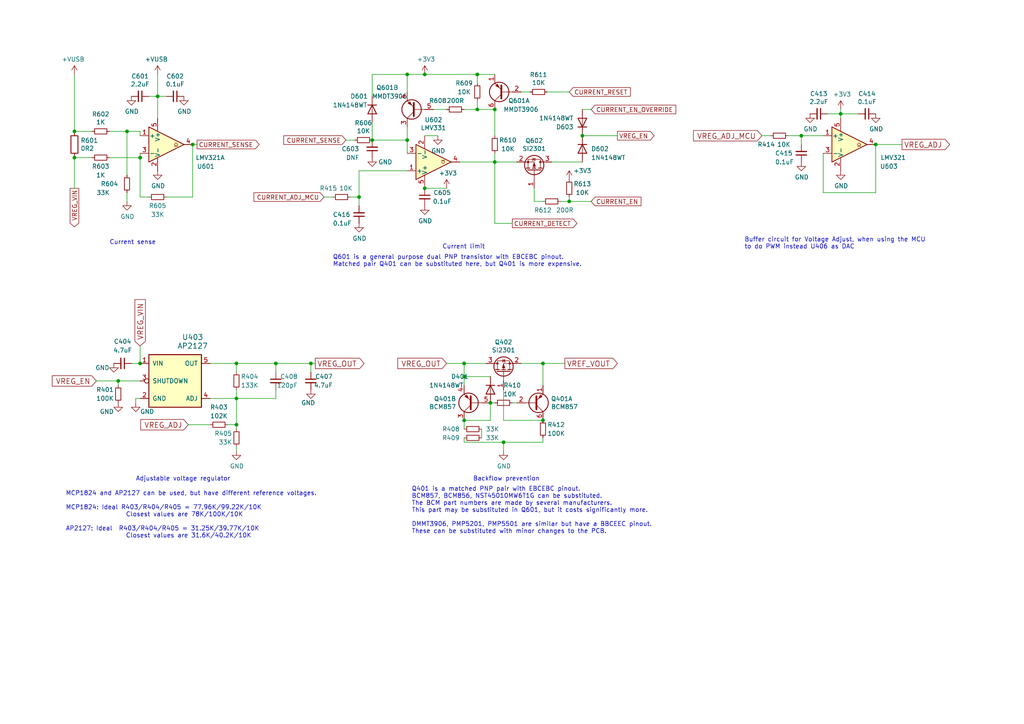
<source format=kicad_sch>
(kicad_sch (version 20230121) (generator eeschema)

  (uuid 61c5a37e-57d8-4dfe-ad40-032dca204246)

  (paper "A4")

  (lib_symbols
    (symbol "BusPirate-5-rev10-rescue:+3.3V-power" (power) (pin_names (offset 0)) (in_bom yes) (on_board yes)
      (property "Reference" "#PWR" (at 0 -3.81 0)
        (effects (font (size 1.27 1.27)) hide)
      )
      (property "Value" "+3.3V-power" (at 0 3.556 0)
        (effects (font (size 1.27 1.27)))
      )
      (property "Footprint" "" (at 0 0 0)
        (effects (font (size 1.27 1.27)) hide)
      )
      (property "Datasheet" "" (at 0 0 0)
        (effects (font (size 1.27 1.27)) hide)
      )
      (symbol "+3.3V-power_0_1"
        (polyline
          (pts
            (xy -0.762 1.27)
            (xy 0 2.54)
          )
          (stroke (width 0) (type solid))
          (fill (type none))
        )
        (polyline
          (pts
            (xy 0 0)
            (xy 0 2.54)
          )
          (stroke (width 0) (type solid))
          (fill (type none))
        )
        (polyline
          (pts
            (xy 0 2.54)
            (xy 0.762 1.27)
          )
          (stroke (width 0) (type solid))
          (fill (type none))
        )
      )
      (symbol "+3.3V-power_1_1"
        (pin power_in line (at 0 0 90) (length 0) hide
          (name "+3V3" (effects (font (size 1.27 1.27))))
          (number "1" (effects (font (size 1.27 1.27))))
        )
      )
    )
    (symbol "Comparator:LMV331" (pin_names (offset 0.127)) (in_bom yes) (on_board yes)
      (property "Reference" "U" (at 1.27 5.08 0)
        (effects (font (size 1.27 1.27)))
      )
      (property "Value" "LMV331" (at 3.81 -5.08 0)
        (effects (font (size 1.27 1.27)))
      )
      (property "Footprint" "" (at 0 2.54 0)
        (effects (font (size 1.27 1.27)) hide)
      )
      (property "Datasheet" "http://www.ti.com/lit/ds/symlink/lmv331.pdf" (at 0 5.08 0)
        (effects (font (size 1.27 1.27)) hide)
      )
      (property "ki_keywords" "single comparator" (at 0 0 0)
        (effects (font (size 1.27 1.27)) hide)
      )
      (property "ki_description" "Single General-Purpose Low-Voltage Comparator, SOT-23-5/SC-70-5" (at 0 0 0)
        (effects (font (size 1.27 1.27)) hide)
      )
      (property "ki_fp_filters" "SOT?23* *SC?70*" (at 0 0 0)
        (effects (font (size 1.27 1.27)) hide)
      )
      (symbol "LMV331_0_1"
        (polyline
          (pts
            (xy -5.08 5.08)
            (xy 5.08 0)
            (xy -5.08 -5.08)
            (xy -5.08 5.08)
          )
          (stroke (width 0.254) (type default))
          (fill (type background))
        )
        (polyline
          (pts
            (xy 3.302 -0.508)
            (xy 2.794 -0.508)
            (xy 3.302 0)
            (xy 2.794 0.508)
            (xy 2.286 0)
            (xy 2.794 -0.508)
            (xy 2.286 -0.508)
          )
          (stroke (width 0.127) (type default))
          (fill (type none))
        )
      )
      (symbol "LMV331_1_1"
        (pin input line (at -7.62 2.54 0) (length 2.54)
          (name "+" (effects (font (size 1.27 1.27))))
          (number "1" (effects (font (size 1.27 1.27))))
        )
        (pin power_in line (at -2.54 -7.62 90) (length 3.81)
          (name "V-" (effects (font (size 1.27 1.27))))
          (number "2" (effects (font (size 1.27 1.27))))
        )
        (pin input line (at -7.62 -2.54 0) (length 2.54)
          (name "-" (effects (font (size 1.27 1.27))))
          (number "3" (effects (font (size 1.27 1.27))))
        )
        (pin open_collector line (at 7.62 0 180) (length 2.54)
          (name "~" (effects (font (size 1.27 1.27))))
          (number "4" (effects (font (size 1.27 1.27))))
        )
        (pin power_in line (at -2.54 7.62 270) (length 3.81)
          (name "V+" (effects (font (size 1.27 1.27))))
          (number "5" (effects (font (size 1.27 1.27))))
        )
      )
    )
    (symbol "Device:C_Small" (pin_numbers hide) (pin_names (offset 0.254) hide) (in_bom yes) (on_board yes)
      (property "Reference" "C" (at 0.254 1.778 0)
        (effects (font (size 1.27 1.27)) (justify left))
      )
      (property "Value" "C_Small" (at 0.254 -2.032 0)
        (effects (font (size 1.27 1.27)) (justify left))
      )
      (property "Footprint" "" (at 0 0 0)
        (effects (font (size 1.27 1.27)) hide)
      )
      (property "Datasheet" "~" (at 0 0 0)
        (effects (font (size 1.27 1.27)) hide)
      )
      (property "ki_keywords" "capacitor cap" (at 0 0 0)
        (effects (font (size 1.27 1.27)) hide)
      )
      (property "ki_description" "Unpolarized capacitor, small symbol" (at 0 0 0)
        (effects (font (size 1.27 1.27)) hide)
      )
      (property "ki_fp_filters" "C_*" (at 0 0 0)
        (effects (font (size 1.27 1.27)) hide)
      )
      (symbol "C_Small_0_1"
        (polyline
          (pts
            (xy -1.524 -0.508)
            (xy 1.524 -0.508)
          )
          (stroke (width 0.3302) (type default))
          (fill (type none))
        )
        (polyline
          (pts
            (xy -1.524 0.508)
            (xy 1.524 0.508)
          )
          (stroke (width 0.3048) (type default))
          (fill (type none))
        )
      )
      (symbol "C_Small_1_1"
        (pin passive line (at 0 2.54 270) (length 2.032)
          (name "~" (effects (font (size 1.27 1.27))))
          (number "1" (effects (font (size 1.27 1.27))))
        )
        (pin passive line (at 0 -2.54 90) (length 2.032)
          (name "~" (effects (font (size 1.27 1.27))))
          (number "2" (effects (font (size 1.27 1.27))))
        )
      )
    )
    (symbol "Device:R" (pin_numbers hide) (pin_names (offset 0)) (in_bom yes) (on_board yes)
      (property "Reference" "R" (at 2.032 0 90)
        (effects (font (size 1.27 1.27)))
      )
      (property "Value" "R" (at 0 0 90)
        (effects (font (size 1.27 1.27)))
      )
      (property "Footprint" "" (at -1.778 0 90)
        (effects (font (size 1.27 1.27)) hide)
      )
      (property "Datasheet" "~" (at 0 0 0)
        (effects (font (size 1.27 1.27)) hide)
      )
      (property "ki_keywords" "R res resistor" (at 0 0 0)
        (effects (font (size 1.27 1.27)) hide)
      )
      (property "ki_description" "Resistor" (at 0 0 0)
        (effects (font (size 1.27 1.27)) hide)
      )
      (property "ki_fp_filters" "R_*" (at 0 0 0)
        (effects (font (size 1.27 1.27)) hide)
      )
      (symbol "R_0_1"
        (rectangle (start -1.016 -2.54) (end 1.016 2.54)
          (stroke (width 0.254) (type default))
          (fill (type none))
        )
      )
      (symbol "R_1_1"
        (pin passive line (at 0 3.81 270) (length 1.27)
          (name "~" (effects (font (size 1.27 1.27))))
          (number "1" (effects (font (size 1.27 1.27))))
        )
        (pin passive line (at 0 -3.81 90) (length 1.27)
          (name "~" (effects (font (size 1.27 1.27))))
          (number "2" (effects (font (size 1.27 1.27))))
        )
      )
    )
    (symbol "Device:R_Small" (pin_numbers hide) (pin_names (offset 0.254) hide) (in_bom yes) (on_board yes)
      (property "Reference" "R" (at 0.762 0.508 0)
        (effects (font (size 1.27 1.27)) (justify left))
      )
      (property "Value" "R_Small" (at 0.762 -1.016 0)
        (effects (font (size 1.27 1.27)) (justify left))
      )
      (property "Footprint" "" (at 0 0 0)
        (effects (font (size 1.27 1.27)) hide)
      )
      (property "Datasheet" "~" (at 0 0 0)
        (effects (font (size 1.27 1.27)) hide)
      )
      (property "ki_keywords" "R resistor" (at 0 0 0)
        (effects (font (size 1.27 1.27)) hide)
      )
      (property "ki_description" "Resistor, small symbol" (at 0 0 0)
        (effects (font (size 1.27 1.27)) hide)
      )
      (property "ki_fp_filters" "R_*" (at 0 0 0)
        (effects (font (size 1.27 1.27)) hide)
      )
      (symbol "R_Small_0_1"
        (rectangle (start -0.762 1.778) (end 0.762 -1.778)
          (stroke (width 0.2032) (type default))
          (fill (type none))
        )
      )
      (symbol "R_Small_1_1"
        (pin passive line (at 0 2.54 270) (length 0.762)
          (name "~" (effects (font (size 1.27 1.27))))
          (number "1" (effects (font (size 1.27 1.27))))
        )
        (pin passive line (at 0 -2.54 90) (length 0.762)
          (name "~" (effects (font (size 1.27 1.27))))
          (number "2" (effects (font (size 1.27 1.27))))
        )
      )
    )
    (symbol "Diode:1N4148WS" (pin_numbers hide) (pin_names hide) (in_bom yes) (on_board yes)
      (property "Reference" "D" (at 0 2.54 0)
        (effects (font (size 1.27 1.27)))
      )
      (property "Value" "1N4148WS" (at 0 -2.54 0)
        (effects (font (size 1.27 1.27)))
      )
      (property "Footprint" "Diode_SMD:D_SOD-323" (at 0 -4.445 0)
        (effects (font (size 1.27 1.27)) hide)
      )
      (property "Datasheet" "https://www.vishay.com/docs/85751/1n4148ws.pdf" (at 0 0 0)
        (effects (font (size 1.27 1.27)) hide)
      )
      (property "Sim.Device" "D" (at 0 0 0)
        (effects (font (size 1.27 1.27)) hide)
      )
      (property "Sim.Pins" "1=K 2=A" (at 0 0 0)
        (effects (font (size 1.27 1.27)) hide)
      )
      (property "ki_keywords" "diode" (at 0 0 0)
        (effects (font (size 1.27 1.27)) hide)
      )
      (property "ki_description" "75V 0.15A Fast switching Diode, SOD-323" (at 0 0 0)
        (effects (font (size 1.27 1.27)) hide)
      )
      (property "ki_fp_filters" "D*SOD?323*" (at 0 0 0)
        (effects (font (size 1.27 1.27)) hide)
      )
      (symbol "1N4148WS_0_1"
        (polyline
          (pts
            (xy -1.27 1.27)
            (xy -1.27 -1.27)
          )
          (stroke (width 0.254) (type default))
          (fill (type none))
        )
        (polyline
          (pts
            (xy 1.27 0)
            (xy -1.27 0)
          )
          (stroke (width 0) (type default))
          (fill (type none))
        )
        (polyline
          (pts
            (xy 1.27 1.27)
            (xy 1.27 -1.27)
            (xy -1.27 0)
            (xy 1.27 1.27)
          )
          (stroke (width 0.254) (type default))
          (fill (type none))
        )
      )
      (symbol "1N4148WS_1_1"
        (pin passive line (at -3.81 0 0) (length 2.54)
          (name "K" (effects (font (size 1.27 1.27))))
          (number "1" (effects (font (size 1.27 1.27))))
        )
        (pin passive line (at 3.81 0 180) (length 2.54)
          (name "A" (effects (font (size 1.27 1.27))))
          (number "2" (effects (font (size 1.27 1.27))))
        )
      )
    )
    (symbol "Transistor_FET:BSS84" (pin_names hide) (in_bom yes) (on_board yes)
      (property "Reference" "Q" (at 5.08 1.905 0)
        (effects (font (size 1.27 1.27)) (justify left))
      )
      (property "Value" "BSS84" (at 5.08 0 0)
        (effects (font (size 1.27 1.27)) (justify left))
      )
      (property "Footprint" "Package_TO_SOT_SMD:SOT-23" (at 5.08 -1.905 0)
        (effects (font (size 1.27 1.27) italic) (justify left) hide)
      )
      (property "Datasheet" "http://assets.nexperia.com/documents/data-sheet/BSS84.pdf" (at 0 0 0)
        (effects (font (size 1.27 1.27)) (justify left) hide)
      )
      (property "ki_keywords" "P-Channel MOSFET" (at 0 0 0)
        (effects (font (size 1.27 1.27)) hide)
      )
      (property "ki_description" "-0.13A Id, -50V Vds, P-Channel MOSFET, SOT-23" (at 0 0 0)
        (effects (font (size 1.27 1.27)) hide)
      )
      (property "ki_fp_filters" "SOT?23*" (at 0 0 0)
        (effects (font (size 1.27 1.27)) hide)
      )
      (symbol "BSS84_0_1"
        (polyline
          (pts
            (xy 0.254 0)
            (xy -2.54 0)
          )
          (stroke (width 0) (type default))
          (fill (type none))
        )
        (polyline
          (pts
            (xy 0.254 1.905)
            (xy 0.254 -1.905)
          )
          (stroke (width 0.254) (type default))
          (fill (type none))
        )
        (polyline
          (pts
            (xy 0.762 -1.27)
            (xy 0.762 -2.286)
          )
          (stroke (width 0.254) (type default))
          (fill (type none))
        )
        (polyline
          (pts
            (xy 0.762 0.508)
            (xy 0.762 -0.508)
          )
          (stroke (width 0.254) (type default))
          (fill (type none))
        )
        (polyline
          (pts
            (xy 0.762 2.286)
            (xy 0.762 1.27)
          )
          (stroke (width 0.254) (type default))
          (fill (type none))
        )
        (polyline
          (pts
            (xy 2.54 2.54)
            (xy 2.54 1.778)
          )
          (stroke (width 0) (type default))
          (fill (type none))
        )
        (polyline
          (pts
            (xy 2.54 -2.54)
            (xy 2.54 0)
            (xy 0.762 0)
          )
          (stroke (width 0) (type default))
          (fill (type none))
        )
        (polyline
          (pts
            (xy 0.762 1.778)
            (xy 3.302 1.778)
            (xy 3.302 -1.778)
            (xy 0.762 -1.778)
          )
          (stroke (width 0) (type default))
          (fill (type none))
        )
        (polyline
          (pts
            (xy 2.286 0)
            (xy 1.27 0.381)
            (xy 1.27 -0.381)
            (xy 2.286 0)
          )
          (stroke (width 0) (type default))
          (fill (type outline))
        )
        (polyline
          (pts
            (xy 2.794 -0.508)
            (xy 2.921 -0.381)
            (xy 3.683 -0.381)
            (xy 3.81 -0.254)
          )
          (stroke (width 0) (type default))
          (fill (type none))
        )
        (polyline
          (pts
            (xy 3.302 -0.381)
            (xy 2.921 0.254)
            (xy 3.683 0.254)
            (xy 3.302 -0.381)
          )
          (stroke (width 0) (type default))
          (fill (type none))
        )
        (circle (center 1.651 0) (radius 2.794)
          (stroke (width 0.254) (type default))
          (fill (type none))
        )
        (circle (center 2.54 -1.778) (radius 0.254)
          (stroke (width 0) (type default))
          (fill (type outline))
        )
        (circle (center 2.54 1.778) (radius 0.254)
          (stroke (width 0) (type default))
          (fill (type outline))
        )
      )
      (symbol "BSS84_1_1"
        (pin input line (at -5.08 0 0) (length 2.54)
          (name "G" (effects (font (size 1.27 1.27))))
          (number "1" (effects (font (size 1.27 1.27))))
        )
        (pin passive line (at 2.54 -5.08 90) (length 2.54)
          (name "S" (effects (font (size 1.27 1.27))))
          (number "2" (effects (font (size 1.27 1.27))))
        )
        (pin passive line (at 2.54 5.08 270) (length 2.54)
          (name "D" (effects (font (size 1.27 1.27))))
          (number "3" (effects (font (size 1.27 1.27))))
        )
      )
    )
    (symbol "dp-power:+VUSB" (power) (pin_names (offset 1.016)) (in_bom yes) (on_board yes)
      (property "Reference" "#PWR" (at 0 0 0)
        (effects (font (size 1.27 1.27)) hide)
      )
      (property "Value" "+VUSB" (at 0 5.08 0)
        (effects (font (size 1.27 1.27)))
      )
      (property "Footprint" "" (at 0 0 0)
        (effects (font (size 1.27 1.27)) hide)
      )
      (property "Datasheet" "" (at 0 0 0)
        (effects (font (size 1.27 1.27)) hide)
      )
      (property "ki_keywords" "power-flag" (at 0 0 0)
        (effects (font (size 1.27 1.27)) hide)
      )
      (symbol "+VUSB_0_1"
        (polyline
          (pts
            (xy 0 0)
            (xy 0 2.54)
          )
          (stroke (width 0) (type solid))
          (fill (type none))
        )
        (polyline
          (pts
            (xy 0 2.54)
            (xy -0.762 1.27)
          )
          (stroke (width 0) (type solid))
          (fill (type none))
        )
        (polyline
          (pts
            (xy 0 2.54)
            (xy 0.762 1.27)
          )
          (stroke (width 0) (type solid))
          (fill (type none))
        )
      )
      (symbol "+VUSB_1_1"
        (pin power_in line (at 0 0 90) (length 0) hide
          (name "+VUSB" (effects (font (size 1.27 1.27))))
          (number "1" (effects (font (size 1.27 1.27))))
        )
      )
    )
    (symbol "dp-vreg:MCP1824" (pin_names (offset 1.016)) (in_bom yes) (on_board yes)
      (property "Reference" "U" (at 0 12.7 0)
        (effects (font (size 1.524 1.524)))
      )
      (property "Value" "MCP1824" (at 0 10.16 0)
        (effects (font (size 1.524 1.524)))
      )
      (property "Footprint" "" (at 0 0 0)
        (effects (font (size 1.524 1.524)) hide)
      )
      (property "Datasheet" "" (at 0 0 0)
        (effects (font (size 1.524 1.524)) hide)
      )
      (symbol "MCP1824_0_1"
        (rectangle (start -7.62 7.62) (end 7.62 -7.62)
          (stroke (width 0.3048) (type solid))
          (fill (type background))
        )
      )
      (symbol "MCP1824_1_1"
        (pin input line (at -10.16 5.08 0) (length 2.54)
          (name "VIN" (effects (font (size 1.27 1.27))))
          (number "1" (effects (font (size 1.27 1.27))))
        )
        (pin input line (at -10.16 -5.08 0) (length 2.54)
          (name "GND" (effects (font (size 1.27 1.27))))
          (number "2" (effects (font (size 1.27 1.27))))
        )
        (pin input inverted (at -10.16 0 0) (length 2.54)
          (name "SHUTDOWN" (effects (font (size 1.27 1.27))))
          (number "3" (effects (font (size 1.27 1.27))))
        )
        (pin input line (at 10.16 -5.08 180) (length 2.54)
          (name "ADJ" (effects (font (size 1.27 1.27))))
          (number "4" (effects (font (size 1.27 1.27))))
        )
        (pin power_out line (at 10.16 5.08 180) (length 2.54)
          (name "OUT" (effects (font (size 1.27 1.27))))
          (number "5" (effects (font (size 1.27 1.27))))
        )
      )
    )
    (symbol "kicad5-device:Q_DUAL_PNP_PNP_E1B1C2E2B2C1" (pin_names (offset 0) hide) (in_bom yes) (on_board yes)
      (property "Reference" "Q" (at 5.08 1.27 0)
        (effects (font (size 1.27 1.27)) (justify left))
      )
      (property "Value" "Q_DUAL_PNP_PNP_E1B1C2E2B2C1" (at 5.08 -1.27 0)
        (effects (font (size 1.27 1.27)) (justify left))
      )
      (property "Footprint" "" (at 5.08 2.54 0)
        (effects (font (size 1.27 1.27)) hide)
      )
      (property "Datasheet" "~" (at 0 0 0)
        (effects (font (size 1.27 1.27)) hide)
      )
      (property "ki_locked" "" (at 0 0 0)
        (effects (font (size 1.27 1.27)))
      )
      (property "ki_keywords" "transistor PNP" (at 0 0 0)
        (effects (font (size 1.27 1.27)) hide)
      )
      (property "ki_description" "Dual PNP transistor, 6 pin package" (at 0 0 0)
        (effects (font (size 1.27 1.27)) hide)
      )
      (property "ki_fp_filters" "SC?70* SC?88* SOT?363* SOT?23*" (at 0 0 0)
        (effects (font (size 1.27 1.27)) hide)
      )
      (symbol "Q_DUAL_PNP_PNP_E1B1C2E2B2C1_0_1"
        (polyline
          (pts
            (xy 0.635 0)
            (xy -2.54 0)
          )
          (stroke (width 0) (type solid))
          (fill (type none))
        )
        (polyline
          (pts
            (xy 0.635 0.635)
            (xy 2.54 2.54)
          )
          (stroke (width 0) (type solid))
          (fill (type none))
        )
        (polyline
          (pts
            (xy 0.635 -0.635)
            (xy 2.54 -2.54)
            (xy 2.54 -2.54)
          )
          (stroke (width 0) (type solid))
          (fill (type none))
        )
        (polyline
          (pts
            (xy 0.635 1.905)
            (xy 0.635 -1.905)
            (xy 0.635 -1.905)
          )
          (stroke (width 0.508) (type solid))
          (fill (type none))
        )
        (polyline
          (pts
            (xy 2.286 -1.778)
            (xy 1.778 -2.286)
            (xy 1.27 -1.27)
            (xy 2.286 -1.778)
            (xy 2.286 -1.778)
          )
          (stroke (width 0) (type solid))
          (fill (type outline))
        )
        (circle (center 1.27 0) (radius 2.8194)
          (stroke (width 0.254) (type solid))
          (fill (type none))
        )
      )
      (symbol "Q_DUAL_PNP_PNP_E1B1C2E2B2C1_1_1"
        (pin passive line (at 2.54 -5.08 90) (length 2.54)
          (name "E1" (effects (font (size 1.27 1.27))))
          (number "1" (effects (font (size 1.27 1.27))))
        )
        (pin input line (at -5.08 0 0) (length 2.54)
          (name "B1" (effects (font (size 1.27 1.27))))
          (number "2" (effects (font (size 1.27 1.27))))
        )
        (pin passive line (at 2.54 5.08 270) (length 2.54)
          (name "C1" (effects (font (size 1.27 1.27))))
          (number "6" (effects (font (size 1.27 1.27))))
        )
      )
      (symbol "Q_DUAL_PNP_PNP_E1B1C2E2B2C1_2_1"
        (pin passive line (at 2.54 5.08 270) (length 2.54)
          (name "C2" (effects (font (size 1.27 1.27))))
          (number "3" (effects (font (size 1.27 1.27))))
        )
        (pin passive line (at 2.54 -5.08 90) (length 2.54)
          (name "E2" (effects (font (size 1.27 1.27))))
          (number "4" (effects (font (size 1.27 1.27))))
        )
        (pin input line (at -5.08 0 0) (length 2.54)
          (name "B2" (effects (font (size 1.27 1.27))))
          (number "5" (effects (font (size 1.27 1.27))))
        )
      )
    )
    (symbol "power:GND" (power) (pin_names (offset 0)) (in_bom yes) (on_board yes)
      (property "Reference" "#PWR" (at 0 -6.35 0)
        (effects (font (size 1.27 1.27)) hide)
      )
      (property "Value" "GND" (at 0 -3.81 0)
        (effects (font (size 1.27 1.27)))
      )
      (property "Footprint" "" (at 0 0 0)
        (effects (font (size 1.27 1.27)) hide)
      )
      (property "Datasheet" "" (at 0 0 0)
        (effects (font (size 1.27 1.27)) hide)
      )
      (property "ki_keywords" "global power" (at 0 0 0)
        (effects (font (size 1.27 1.27)) hide)
      )
      (property "ki_description" "Power symbol creates a global label with name \"GND\" , ground" (at 0 0 0)
        (effects (font (size 1.27 1.27)) hide)
      )
      (symbol "GND_0_1"
        (polyline
          (pts
            (xy 0 0)
            (xy 0 -1.27)
            (xy 1.27 -1.27)
            (xy 0 -2.54)
            (xy -1.27 -1.27)
            (xy 0 -1.27)
          )
          (stroke (width 0) (type default))
          (fill (type none))
        )
      )
      (symbol "GND_1_1"
        (pin power_in line (at 0 0 270) (length 0) hide
          (name "GND" (effects (font (size 1.27 1.27))))
          (number "1" (effects (font (size 1.27 1.27))))
        )
      )
    )
  )

  (junction (at 143.51 46.99) (diameter 0) (color 0 0 0 0)
    (uuid 06b37087-42cb-48c6-9328-cdc5bcc3d005)
  )
  (junction (at 243.84 33.02) (diameter 0) (color 0 0 0 0)
    (uuid 08600c5d-765f-44c7-a852-a49a0f827aa9)
  )
  (junction (at 68.58 105.41) (diameter 0) (color 0 0 0 0)
    (uuid 0d0d45b5-978f-4271-9b7a-35502684658a)
  )
  (junction (at 168.91 39.37) (diameter 0) (color 0 0 0 0)
    (uuid 0d5e6bf6-e7e7-47e3-8e29-a41cc296c49c)
  )
  (junction (at 143.51 31.75) (diameter 0) (color 0 0 0 0)
    (uuid 1e627292-c572-4ac9-a95c-389beadbe100)
  )
  (junction (at 254 41.91) (diameter 0) (color 0 0 0 0)
    (uuid 22be5cd3-6e6b-4fda-ace3-c10d5ba0b61b)
  )
  (junction (at 80.01 105.41) (diameter 0) (color 0 0 0 0)
    (uuid 26f52279-62c5-407d-b422-46a597d62b63)
  )
  (junction (at 107.95 40.64) (diameter 0) (color 0 0 0 0)
    (uuid 290eb0ef-03b2-495a-9c19-b9b5a20d02d8)
  )
  (junction (at 34.29 110.49) (diameter 0) (color 0 0 0 0)
    (uuid 2eb9e6dd-d8d1-4059-881b-16c8ed2e642f)
  )
  (junction (at 123.19 21.59) (diameter 0) (color 0 0 0 0)
    (uuid 472a9ed8-3a92-4f17-bc18-a01b3799a737)
  )
  (junction (at 134.62 109.22) (diameter 0) (color 0 0 0 0)
    (uuid 4922bb0b-ca48-4788-9293-e396521bd395)
  )
  (junction (at 118.11 21.59) (diameter 0) (color 0 0 0 0)
    (uuid 4fc529e5-afc6-4ab6-a4ac-db001b76d9b8)
  )
  (junction (at 138.43 31.75) (diameter 0) (color 0 0 0 0)
    (uuid 564902a5-065e-4605-a4cb-513b8c38af1d)
  )
  (junction (at 45.72 27.94) (diameter 0) (color 0 0 0 0)
    (uuid 64791800-4be9-4c3e-bbd6-a95e0f4abacd)
  )
  (junction (at 21.59 38.1) (diameter 0) (color 0 0 0 0)
    (uuid 6b4b942e-0c14-4ccb-9be0-9e3bbe6e18ea)
  )
  (junction (at 40.64 45.72) (diameter 0) (color 0 0 0 0)
    (uuid 6d17e314-52c3-4d76-b17a-341e0812e79d)
  )
  (junction (at 68.58 123.19) (diameter 0) (color 0 0 0 0)
    (uuid 6ff2bd3b-ae64-470d-a6cd-ba1cf16af0b7)
  )
  (junction (at 40.64 105.41) (diameter 0) (color 0 0 0 0)
    (uuid 7353eedc-759d-454b-941d-5d7a8de77a37)
  )
  (junction (at 142.24 116.84) (diameter 0) (color 0 0 0 0)
    (uuid 7721a645-1cb7-47ef-afbc-f92b2203f66f)
  )
  (junction (at 134.62 105.41) (diameter 0) (color 0 0 0 0)
    (uuid 79148ad2-0da0-4f8d-bf59-f3423271d580)
  )
  (junction (at 134.62 121.92) (diameter 0) (color 0 0 0 0)
    (uuid 815e2a90-b390-4053-ac19-63226005a0eb)
  )
  (junction (at 123.19 54.61) (diameter 0) (color 0 0 0 0)
    (uuid 8281ad56-5813-48a7-9c26-92ceceed5542)
  )
  (junction (at 157.48 105.41) (diameter 0) (color 0 0 0 0)
    (uuid 92bf3cfa-300c-46e9-ad30-ca188f9b8769)
  )
  (junction (at 90.17 105.41) (diameter 0) (color 0 0 0 0)
    (uuid 9ddcad70-c0e5-4d59-b483-a5a125123cbb)
  )
  (junction (at 157.48 121.92) (diameter 0) (color 0 0 0 0)
    (uuid b026bec1-4240-4293-8aea-3bbea44eac2e)
  )
  (junction (at 55.88 41.91) (diameter 0) (color 0 0 0 0)
    (uuid b62f057d-6ed8-483a-9a1f-889d5f3e7bdb)
  )
  (junction (at 232.41 39.37) (diameter 0) (color 0 0 0 0)
    (uuid c0107ff5-3e79-413b-9c19-d0e9c3c0eb76)
  )
  (junction (at 104.14 57.15) (diameter 0) (color 0 0 0 0)
    (uuid c243edba-3ab7-4290-9f38-25f3e1666f03)
  )
  (junction (at 146.05 128.27) (diameter 0) (color 0 0 0 0)
    (uuid c5e9c704-5c56-4052-858d-3412a658797a)
  )
  (junction (at 118.11 40.64) (diameter 0) (color 0 0 0 0)
    (uuid d39f58af-a267-4742-a955-8e2110c231b1)
  )
  (junction (at 36.83 38.1) (diameter 0) (color 0 0 0 0)
    (uuid e7688f3b-9748-4057-9d84-e9717876c264)
  )
  (junction (at 68.58 115.57) (diameter 0) (color 0 0 0 0)
    (uuid ed0af0ae-0c5a-4f7c-bda9-825322f9a618)
  )
  (junction (at 138.43 21.59) (diameter 0) (color 0 0 0 0)
    (uuid f0bd8c7e-a3ec-4d01-8694-04f462d17f7e)
  )
  (junction (at 21.59 45.72) (diameter 0) (color 0 0 0 0)
    (uuid f79ea962-5287-4e8e-b06c-dd7ccfafa57b)
  )
  (junction (at 165.1 58.42) (diameter 0) (color 0 0 0 0)
    (uuid fe59cae8-7dd7-461a-9271-db4301aaa94d)
  )

  (wire (pts (xy 154.94 58.42) (xy 154.94 54.61))
    (stroke (width 0) (type default))
    (uuid 017d76d9-6ce5-4c61-9804-e6c521491626)
  )
  (wire (pts (xy 26.67 45.72) (xy 21.59 45.72))
    (stroke (width 0) (type default))
    (uuid 053e8aa4-e79c-4524-82f5-8efacdaf9974)
  )
  (wire (pts (xy 104.14 49.53) (xy 104.14 57.15))
    (stroke (width 0) (type default))
    (uuid 0581614e-f0ee-4994-ba8e-a5612035bc36)
  )
  (wire (pts (xy 68.58 130.81) (xy 68.58 129.54))
    (stroke (width 0) (type default))
    (uuid 09ca78a5-d907-4309-bc06-54ef4166d5ca)
  )
  (wire (pts (xy 118.11 49.53) (xy 104.14 49.53))
    (stroke (width 0) (type default))
    (uuid 0bb3e65c-09ec-4f58-ac35-375ab90e0e7e)
  )
  (wire (pts (xy 118.11 40.64) (xy 118.11 44.45))
    (stroke (width 0) (type default))
    (uuid 0d22dcc4-eb3c-4193-974f-e0c6c9c95cec)
  )
  (wire (pts (xy 165.1 26.67) (xy 158.75 26.67))
    (stroke (width 0) (type default))
    (uuid 120ab790-a1ef-4aca-bd9e-fffaf58d4162)
  )
  (wire (pts (xy 68.58 124.46) (xy 68.58 123.19))
    (stroke (width 0) (type default))
    (uuid 14192ca5-d717-462d-b80a-9a1342de3292)
  )
  (wire (pts (xy 157.48 121.92) (xy 146.05 121.92))
    (stroke (width 0) (type default))
    (uuid 1683166e-3081-4aa8-ace5-19d1e82dd776)
  )
  (wire (pts (xy 107.95 40.64) (xy 118.11 40.64))
    (stroke (width 0) (type default))
    (uuid 1dfe5f3b-f91e-482e-b364-abaea71a1a04)
  )
  (wire (pts (xy 157.48 105.41) (xy 157.48 111.76))
    (stroke (width 0) (type default))
    (uuid 1f013fd6-8c63-4921-8171-c7f2c07f7646)
  )
  (wire (pts (xy 123.19 21.59) (xy 118.11 21.59))
    (stroke (width 0) (type default))
    (uuid 2142081e-84b8-48ee-974d-bc4eae7091d4)
  )
  (wire (pts (xy 31.75 38.1) (xy 36.83 38.1))
    (stroke (width 0) (type default))
    (uuid 23222686-1945-4f4d-bf2c-b3960c0a0ea6)
  )
  (wire (pts (xy 129.54 105.41) (xy 134.62 105.41))
    (stroke (width 0) (type default))
    (uuid 23bc235a-fee5-4813-8378-32e0c2900efc)
  )
  (wire (pts (xy 143.51 116.84) (xy 142.24 116.84))
    (stroke (width 0) (type default))
    (uuid 23fa15d8-0d72-4168-993a-b174c4566511)
  )
  (wire (pts (xy 102.87 40.64) (xy 100.33 40.64))
    (stroke (width 0) (type default))
    (uuid 24225701-b0bf-490b-b58a-6ca8a2150655)
  )
  (wire (pts (xy 134.62 121.92) (xy 142.24 121.92))
    (stroke (width 0) (type default))
    (uuid 24639866-26ca-4b84-9296-a336888fda81)
  )
  (wire (pts (xy 68.58 115.57) (xy 80.01 115.57))
    (stroke (width 0) (type default))
    (uuid 251208e5-4e08-40ef-96ac-f617b6de5e50)
  )
  (wire (pts (xy 133.35 46.99) (xy 143.51 46.99))
    (stroke (width 0) (type default))
    (uuid 275b283c-0601-4851-a5f3-f0f4252e3904)
  )
  (wire (pts (xy 101.6 57.15) (xy 104.14 57.15))
    (stroke (width 0) (type default))
    (uuid 279e3568-e6b8-456c-8261-4bd24ae7c481)
  )
  (wire (pts (xy 148.59 116.84) (xy 149.86 116.84))
    (stroke (width 0) (type default))
    (uuid 28965dd0-d6fc-4a8d-ac87-d6a10d826d73)
  )
  (wire (pts (xy 40.64 115.57) (xy 39.37 115.57))
    (stroke (width 0) (type default))
    (uuid 2dd0463d-c1dc-418a-a6e5-6f9758daf1f2)
  )
  (wire (pts (xy 146.05 128.27) (xy 134.62 128.27))
    (stroke (width 0) (type default))
    (uuid 2f5713b1-2620-43ac-bb2f-8594cf9bdef4)
  )
  (wire (pts (xy 40.64 38.1) (xy 40.64 39.37))
    (stroke (width 0) (type default))
    (uuid 30b03ec8-6699-4c01-910a-527e6371e0bf)
  )
  (wire (pts (xy 40.64 57.15) (xy 40.64 45.72))
    (stroke (width 0) (type default))
    (uuid 32c0c3f3-25b0-4c88-a950-6ca58ac4422f)
  )
  (wire (pts (xy 157.48 105.41) (xy 163.83 105.41))
    (stroke (width 0) (type default))
    (uuid 32de5eaa-960e-4448-a276-93f7effa432b)
  )
  (wire (pts (xy 104.14 57.15) (xy 104.14 59.69))
    (stroke (width 0) (type default))
    (uuid 33c95bd1-9fa9-4332-a522-55012b12b915)
  )
  (wire (pts (xy 45.72 27.94) (xy 45.72 21.59))
    (stroke (width 0) (type default))
    (uuid 352e5678-2c55-467c-b593-f4e49a3ffae6)
  )
  (wire (pts (xy 146.05 121.92) (xy 146.05 113.03))
    (stroke (width 0) (type default))
    (uuid 35c31ac3-39c2-4e53-bf6e-ccc81312ccfe)
  )
  (wire (pts (xy 21.59 38.1) (xy 21.59 21.59))
    (stroke (width 0) (type default))
    (uuid 3795a90c-35a6-4f4f-98c9-4f244423f626)
  )
  (wire (pts (xy 68.58 115.57) (xy 68.58 113.03))
    (stroke (width 0) (type default))
    (uuid 3966bf08-a942-4d87-89c6-691a1b64f2b2)
  )
  (wire (pts (xy 34.29 110.49) (xy 27.94 110.49))
    (stroke (width 0) (type default))
    (uuid 3991d6a8-5c81-456e-abb3-298754b6d75f)
  )
  (wire (pts (xy 129.54 31.75) (xy 125.73 31.75))
    (stroke (width 0) (type default))
    (uuid 3c7fe2c0-8bd5-442e-87c3-ed002d393cc5)
  )
  (wire (pts (xy 134.62 31.75) (xy 138.43 31.75))
    (stroke (width 0) (type default))
    (uuid 411236a5-3f9e-4962-ae08-0e290962307f)
  )
  (wire (pts (xy 68.58 107.95) (xy 68.58 105.41))
    (stroke (width 0) (type default))
    (uuid 42256fe6-b919-440e-b167-5e4a24e561ae)
  )
  (wire (pts (xy 107.95 21.59) (xy 107.95 27.94))
    (stroke (width 0) (type default))
    (uuid 436be85d-c974-45a4-9956-38e11507c897)
  )
  (wire (pts (xy 90.17 105.41) (xy 91.44 105.41))
    (stroke (width 0) (type default))
    (uuid 43ec130e-c49f-46cb-825c-9c7332113be7)
  )
  (wire (pts (xy 138.43 31.75) (xy 143.51 31.75))
    (stroke (width 0) (type default))
    (uuid 44c442d4-5cc0-4dd1-9621-ae34e695c2d0)
  )
  (wire (pts (xy 142.24 109.22) (xy 134.62 109.22))
    (stroke (width 0) (type default))
    (uuid 44cc425b-6991-4add-846e-23f2733c4bcb)
  )
  (wire (pts (xy 43.18 57.15) (xy 40.64 57.15))
    (stroke (width 0) (type default))
    (uuid 44e9aa93-5919-468a-8a98-de045dfb62a5)
  )
  (wire (pts (xy 143.51 64.77) (xy 143.51 46.99))
    (stroke (width 0) (type default))
    (uuid 46cba574-1f5a-4199-a902-ad20d0990399)
  )
  (wire (pts (xy 134.62 109.22) (xy 134.62 105.41))
    (stroke (width 0) (type default))
    (uuid 48e59a87-eb5d-40c9-8ad9-73b2f937a8f9)
  )
  (wire (pts (xy 36.83 55.88) (xy 36.83 58.42))
    (stroke (width 0) (type default))
    (uuid 49172ff5-7db2-45df-b5d2-a86707facaf7)
  )
  (wire (pts (xy 55.88 41.91) (xy 55.88 57.15))
    (stroke (width 0) (type default))
    (uuid 4b1ffcc1-059e-4a5e-b0b6-7cac016004d5)
  )
  (wire (pts (xy 54.61 123.19) (xy 60.96 123.19))
    (stroke (width 0) (type default))
    (uuid 4cfe7cec-4f32-4ead-9bb6-8bb0067081cf)
  )
  (wire (pts (xy 243.84 31.75) (xy 243.84 33.02))
    (stroke (width 0) (type default))
    (uuid 4da220e4-4e1d-4d78-b89e-11b699aa3202)
  )
  (wire (pts (xy 21.59 45.72) (xy 21.59 54.61))
    (stroke (width 0) (type default))
    (uuid 4ed658f6-f0d9-4ef7-a741-6aa478f1337d)
  )
  (wire (pts (xy 55.88 57.15) (xy 48.26 57.15))
    (stroke (width 0) (type default))
    (uuid 4f75297f-837f-43fb-a7d6-79ac1e770222)
  )
  (wire (pts (xy 60.96 105.41) (xy 68.58 105.41))
    (stroke (width 0) (type default))
    (uuid 6050ceaa-fa3d-4b3b-b45b-2f497f00b24a)
  )
  (wire (pts (xy 157.48 58.42) (xy 154.94 58.42))
    (stroke (width 0) (type default))
    (uuid 6260a24b-04f0-4179-8942-8d81ab9bb4a6)
  )
  (wire (pts (xy 171.45 58.42) (xy 165.1 58.42))
    (stroke (width 0) (type default))
    (uuid 632c535e-7f8f-4684-b1c5-64e34c8117f2)
  )
  (wire (pts (xy 123.19 21.59) (xy 138.43 21.59))
    (stroke (width 0) (type default))
    (uuid 63890c0b-71a2-4368-8929-10b5249d8900)
  )
  (wire (pts (xy 80.01 115.57) (xy 80.01 113.03))
    (stroke (width 0) (type default))
    (uuid 67499df8-9536-4c3f-b3d6-dc9abacd9abd)
  )
  (wire (pts (xy 138.43 21.59) (xy 143.51 21.59))
    (stroke (width 0) (type default))
    (uuid 694482d0-cfd0-4fd5-bbd9-306deed5b69d)
  )
  (wire (pts (xy 68.58 105.41) (xy 80.01 105.41))
    (stroke (width 0) (type default))
    (uuid 6d0f777e-f7f5-4b2b-bb4a-6087d277da77)
  )
  (wire (pts (xy 40.64 44.45) (xy 40.64 45.72))
    (stroke (width 0) (type default))
    (uuid 6e79ba34-9315-4b7c-86ca-87ee9e31e6c9)
  )
  (wire (pts (xy 123.19 54.61) (xy 129.54 54.61))
    (stroke (width 0) (type default))
    (uuid 70d2b96f-a791-4cdd-af5b-e212bfe82f70)
  )
  (wire (pts (xy 118.11 21.59) (xy 107.95 21.59))
    (stroke (width 0) (type default))
    (uuid 78a2ba88-dfbc-45a5-9cbc-3d7d675bf981)
  )
  (wire (pts (xy 143.51 46.99) (xy 143.51 44.45))
    (stroke (width 0) (type default))
    (uuid 7cf4aeaa-3d70-4b6c-84ea-2ac027c4a215)
  )
  (wire (pts (xy 160.02 46.99) (xy 168.91 46.99))
    (stroke (width 0) (type default))
    (uuid 8047711b-605f-47cc-8131-617cc57678cd)
  )
  (wire (pts (xy 40.64 100.33) (xy 40.64 105.41))
    (stroke (width 0) (type default))
    (uuid 80887952-0392-4d78-976e-a3ee2be4e7f0)
  )
  (wire (pts (xy 96.52 57.15) (xy 93.98 57.15))
    (stroke (width 0) (type default))
    (uuid 80ff9fa9-1827-4593-ad3e-023d9acb2942)
  )
  (wire (pts (xy 151.13 105.41) (xy 157.48 105.41))
    (stroke (width 0) (type default))
    (uuid 82016c8d-b157-444f-b40a-85f9929c9674)
  )
  (wire (pts (xy 90.17 105.41) (xy 90.17 107.95))
    (stroke (width 0) (type default))
    (uuid 87b44a0e-f073-4a40-bc35-1c27b80f1969)
  )
  (wire (pts (xy 55.88 41.91) (xy 57.15 41.91))
    (stroke (width 0) (type default))
    (uuid 8aae6a98-ab23-486d-b65c-f496e15a44f1)
  )
  (wire (pts (xy 68.58 123.19) (xy 68.58 115.57))
    (stroke (width 0) (type default))
    (uuid 8b4283d4-f647-420a-895d-9f57e74d74e2)
  )
  (wire (pts (xy 153.67 26.67) (xy 151.13 26.67))
    (stroke (width 0) (type default))
    (uuid 8dffb496-a74c-4de4-b4b3-24ed6f0811c3)
  )
  (wire (pts (xy 123.19 39.37) (xy 127 39.37))
    (stroke (width 0) (type default))
    (uuid 8f457736-431b-4a8e-a6de-adeb06e960e5)
  )
  (wire (pts (xy 148.59 64.77) (xy 143.51 64.77))
    (stroke (width 0) (type default))
    (uuid 900b98cd-10d8-4cf7-b75b-a17de9698457)
  )
  (wire (pts (xy 223.52 39.37) (xy 220.98 39.37))
    (stroke (width 0) (type default))
    (uuid 92fe6fb6-38df-4001-ad02-d1f74c7ac0b6)
  )
  (wire (pts (xy 146.05 130.81) (xy 146.05 128.27))
    (stroke (width 0) (type default))
    (uuid 9776e60d-104c-4223-a60d-283ad2c97d30)
  )
  (wire (pts (xy 179.07 39.37) (xy 168.91 39.37))
    (stroke (width 0) (type default))
    (uuid 9a42ef50-90f2-41fc-b807-3772ee8c9b3a)
  )
  (wire (pts (xy 238.76 55.88) (xy 254 55.88))
    (stroke (width 0) (type default))
    (uuid 9d1c7198-adee-464c-acdb-c02f644ec37b)
  )
  (wire (pts (xy 118.11 26.67) (xy 118.11 21.59))
    (stroke (width 0) (type default))
    (uuid 9d42cbba-95a8-4852-b69e-62b04411affb)
  )
  (wire (pts (xy 107.95 35.56) (xy 107.95 40.64))
    (stroke (width 0) (type default))
    (uuid 9f8ce08d-fb76-40fa-bd97-0a7dee31eefd)
  )
  (wire (pts (xy 232.41 39.37) (xy 228.6 39.37))
    (stroke (width 0) (type default))
    (uuid a0b17c55-7199-4f02-ba5d-19881690930f)
  )
  (wire (pts (xy 38.1 105.41) (xy 40.64 105.41))
    (stroke (width 0) (type default))
    (uuid a453931b-702f-4692-86a1-02299d5a24fd)
  )
  (wire (pts (xy 34.29 111.76) (xy 34.29 110.49))
    (stroke (width 0) (type default))
    (uuid a8fc082c-63fb-465f-b9c6-0aea3c0851af)
  )
  (wire (pts (xy 60.96 115.57) (xy 68.58 115.57))
    (stroke (width 0) (type default))
    (uuid a92e6820-f4f4-48dd-8bb4-8d94e9fee9bf)
  )
  (wire (pts (xy 26.67 38.1) (xy 21.59 38.1))
    (stroke (width 0) (type default))
    (uuid aa2f0212-858c-4c97-9db0-a1d0f6fb5362)
  )
  (wire (pts (xy 139.7 124.46) (xy 139.7 127))
    (stroke (width 0) (type default))
    (uuid ad8b8a9b-13cc-4944-95f4-ef1e9deb417c)
  )
  (wire (pts (xy 134.62 111.76) (xy 134.62 109.22))
    (stroke (width 0) (type default))
    (uuid b060bdf6-8650-471d-9a6a-4a14b5a1d554)
  )
  (wire (pts (xy 140.97 105.41) (xy 134.62 105.41))
    (stroke (width 0) (type default))
    (uuid b1be0121-ec36-40aa-9403-a76ae42ee0b6)
  )
  (wire (pts (xy 157.48 127) (xy 157.48 128.27))
    (stroke (width 0) (type default))
    (uuid b23acc50-3974-4c3e-ab50-d323d4163d36)
  )
  (wire (pts (xy 66.04 123.19) (xy 68.58 123.19))
    (stroke (width 0) (type default))
    (uuid b241a53e-e2fb-46be-a42d-ea070fc0357d)
  )
  (wire (pts (xy 118.11 36.83) (xy 118.11 40.64))
    (stroke (width 0) (type default))
    (uuid b262959e-e638-4008-aec5-b87c25855fe4)
  )
  (wire (pts (xy 36.83 50.8) (xy 36.83 38.1))
    (stroke (width 0) (type default))
    (uuid b4446087-8524-45ad-b937-6b435ab23ed5)
  )
  (wire (pts (xy 40.64 110.49) (xy 34.29 110.49))
    (stroke (width 0) (type default))
    (uuid be237f57-96c5-4da7-8a8d-29b2c0b3df0f)
  )
  (wire (pts (xy 261.62 41.91) (xy 254 41.91))
    (stroke (width 0) (type default))
    (uuid bf5c38b6-396d-41b8-8ff9-5d348daf00b2)
  )
  (wire (pts (xy 143.51 39.37) (xy 143.51 31.75))
    (stroke (width 0) (type default))
    (uuid bf9bc027-6e46-4914-a213-646188ff3363)
  )
  (wire (pts (xy 138.43 24.13) (xy 138.43 21.59))
    (stroke (width 0) (type default))
    (uuid bff67042-0b30-4919-ada2-c74cdbb4c330)
  )
  (wire (pts (xy 165.1 58.42) (xy 162.56 58.42))
    (stroke (width 0) (type default))
    (uuid c0539986-215a-4697-bcb5-8c5948a8acb5)
  )
  (wire (pts (xy 80.01 107.95) (xy 80.01 105.41))
    (stroke (width 0) (type default))
    (uuid cd7865e7-5489-4569-a8c4-15841b5cd2aa)
  )
  (wire (pts (xy 80.01 105.41) (xy 90.17 105.41))
    (stroke (width 0) (type default))
    (uuid ce51db2c-5afa-4922-8b88-f2feda45e26b)
  )
  (wire (pts (xy 243.84 33.02) (xy 248.92 33.02))
    (stroke (width 0) (type default))
    (uuid d2c1a193-d7f4-400e-ba63-f432e1d19989)
  )
  (wire (pts (xy 254 55.88) (xy 254 41.91))
    (stroke (width 0) (type default))
    (uuid d558c921-a8cf-4bfa-a592-3cb43eb78c77)
  )
  (wire (pts (xy 149.86 46.99) (xy 143.51 46.99))
    (stroke (width 0) (type default))
    (uuid d66eac3e-b984-4cf2-ad3d-28b414243c2b)
  )
  (wire (pts (xy 238.76 39.37) (xy 232.41 39.37))
    (stroke (width 0) (type default))
    (uuid d6dc453c-c5f4-444f-8484-79a122191223)
  )
  (wire (pts (xy 40.64 45.72) (xy 31.75 45.72))
    (stroke (width 0) (type default))
    (uuid d9cbd270-04bf-4785-b49a-f1a0501c29de)
  )
  (wire (pts (xy 138.43 29.21) (xy 138.43 31.75))
    (stroke (width 0) (type default))
    (uuid dc7830a9-5307-4761-8489-f277ca0c74b3)
  )
  (wire (pts (xy 134.62 127) (xy 134.62 128.27))
    (stroke (width 0) (type default))
    (uuid de89f6b2-6627-4232-adf5-f9ed507216cf)
  )
  (wire (pts (xy 43.18 27.94) (xy 45.72 27.94))
    (stroke (width 0) (type default))
    (uuid df1a526a-db8a-47e3-a1c3-3176a72df811)
  )
  (wire (pts (xy 36.83 38.1) (xy 40.64 38.1))
    (stroke (width 0) (type default))
    (uuid df829a66-87d2-48bf-a905-5dafb0334eb9)
  )
  (wire (pts (xy 238.76 44.45) (xy 238.76 55.88))
    (stroke (width 0) (type default))
    (uuid df8ed59f-1d49-4c98-9756-e2a863dba115)
  )
  (wire (pts (xy 240.03 33.02) (xy 243.84 33.02))
    (stroke (width 0) (type default))
    (uuid e6029fce-4122-4da3-b0cb-874545648460)
  )
  (wire (pts (xy 243.84 34.29) (xy 243.84 33.02))
    (stroke (width 0) (type default))
    (uuid e6cd557a-bbd5-4a0b-8ab1-eb2b415c7545)
  )
  (wire (pts (xy 45.72 27.94) (xy 45.72 34.29))
    (stroke (width 0) (type default))
    (uuid e8b8b476-02dc-42e9-931a-cd7284568712)
  )
  (wire (pts (xy 157.48 128.27) (xy 146.05 128.27))
    (stroke (width 0) (type default))
    (uuid e9ae190d-3f94-426f-95ae-77a6ec98db8c)
  )
  (wire (pts (xy 165.1 57.15) (xy 165.1 58.42))
    (stroke (width 0) (type default))
    (uuid ea9c710f-6497-42dd-896c-dcf83e7e192a)
  )
  (wire (pts (xy 232.41 41.91) (xy 232.41 39.37))
    (stroke (width 0) (type default))
    (uuid eda3826a-6749-4560-9edb-e03c2ca84eb7)
  )
  (wire (pts (xy 171.45 31.75) (xy 168.91 31.75))
    (stroke (width 0) (type default))
    (uuid eee9a4ad-9496-4e12-aa8c-0c8ad181f0d2)
  )
  (wire (pts (xy 134.62 121.92) (xy 134.62 124.46))
    (stroke (width 0) (type default))
    (uuid f048f4ff-f978-40c6-a7c4-89316cda9321)
  )
  (wire (pts (xy 39.37 115.57) (xy 39.37 116.84))
    (stroke (width 0) (type default))
    (uuid f226ad8e-b178-47ab-a0e7-9facf478f4ad)
  )
  (wire (pts (xy 45.72 27.94) (xy 48.26 27.94))
    (stroke (width 0) (type default))
    (uuid f79ad84b-ebec-4e5a-9681-b92d03602b08)
  )
  (wire (pts (xy 142.24 116.84) (xy 142.24 121.92))
    (stroke (width 0) (type default))
    (uuid f9206571-6038-4d81-ade5-7a7648d47547)
  )

  (text "Adjustable voltage regulator" (at 39.37 139.7 0)
    (effects (font (size 1.27 1.27)) (justify left bottom))
    (uuid 3b015359-de35-478e-8e52-15369d6ecda3)
  )
  (text "Buffer circuit for Voltage Adjust, when using the MCU\nto do PWM instead U406 as DAC"
    (at 215.9 72.39 0)
    (effects (font (size 1.27 1.27)) (justify left bottom))
    (uuid 66d2cd08-37cd-4106-9fcc-7f15188e05d1)
  )
  (text "Current sense" (at 31.75 71.12 0)
    (effects (font (size 1.27 1.27)) (justify left bottom))
    (uuid 79635eb0-6a1b-470b-8f82-2550c204b512)
  )
  (text "Backflow prevention" (at 137.16 139.7 0)
    (effects (font (size 1.27 1.27)) (justify left bottom))
    (uuid aa52f0e1-d066-4185-a26c-305698aaf87c)
  )
  (text "MCP1824 and AP2127 can be used, but have different reference voltages.\n\nMCP1824: Ideal R403/R404/R405 = 77.96K/99.22K/10K\n                  Closest values are 78K/100K/10K\n\nAP2127: Ideal  R403/R404/R405 = 31.25K/39.77K/10K\n                  Closest values are 31.6K/40.2K/10K"
    (at 19.05 156.21 0)
    (effects (font (size 1.27 1.27)) (justify left bottom))
    (uuid b9e3b7c5-6198-4855-84b5-ffd51267f20b)
  )
  (text "Current limit" (at 128.27 72.39 0)
    (effects (font (size 1.27 1.27)) (justify left bottom))
    (uuid cfec8ca6-a043-48cc-9444-cf65003bd929)
  )
  (text "Q401 is a matched PNP pair with EBCEBC pinout.\nBCM857, BCM856, NST45010MW6T1G can be substituted. \nThe BCM part numbers are made by several manufacturers.\nThis part may be substituted in Q601, but it costs significantly more.\n\nDMMT3906, PMP5201, PMP5501 are similar but have a BBCEEC pinout.\nThese can be substituted with minor changes to the PCB."
    (at 119.38 154.94 0)
    (effects (font (size 1.27 1.27)) (justify left bottom))
    (uuid e0bafcf9-2e81-4670-b9c6-78469f821d9a)
  )
  (text "Q601 is a general purpose dual PNP transistor with EBCEBC pinout. \nMatched pair Q401 can be substituted here, but Q401 is more expensive.\n"
    (at 96.52 77.47 0)
    (effects (font (size 1.27 1.27)) (justify left bottom))
    (uuid e64d190f-e653-4914-aa14-f647eaec1bd1)
  )

  (global_label "VREG_VIN" (shape output) (at 21.59 54.61 270)
    (effects (font (size 1.27 1.27)) (justify right))
    (uuid 24210c1a-335a-4ccc-8366-b01f969efc9f)
    (property "Intersheetrefs" "${INTERSHEET_REFS}" (at 21.59 54.61 0)
      (effects (font (size 1.27 1.27)) hide)
    )
  )
  (global_label "CURRENT_DETECT" (shape output) (at 148.59 64.77 0)
    (effects (font (size 1.27 1.27)) (justify left))
    (uuid 4ac7f4c5-4a60-4fb8-b2d5-2713956439ad)
    (property "Intersheetrefs" "${INTERSHEET_REFS}" (at 148.59 64.77 0)
      (effects (font (size 1.27 1.27)) hide)
    )
  )
  (global_label "VREG_OUT" (shape input) (at 129.54 105.41 180)
    (effects (font (size 1.524 1.524)) (justify right))
    (uuid 4ac8256f-05cd-4519-9d2e-44eeaf9cf5b5)
    (property "Intersheetrefs" "${INTERSHEET_REFS}" (at 129.54 105.41 0)
      (effects (font (size 1.27 1.27)) hide)
    )
  )
  (global_label "VREG_ADJ" (shape input) (at 54.61 123.19 180)
    (effects (font (size 1.524 1.524)) (justify right))
    (uuid 4b4c29d1-708a-48af-8c48-9d54c8edd69d)
    (property "Intersheetrefs" "${INTERSHEET_REFS}" (at 54.61 123.19 0)
      (effects (font (size 1.27 1.27)) hide)
    )
  )
  (global_label "VREG_EN" (shape output) (at 179.07 39.37 0)
    (effects (font (size 1.27 1.27)) (justify left))
    (uuid 4c51085f-89bb-42db-ac1f-0cb670f11327)
    (property "Intersheetrefs" "${INTERSHEET_REFS}" (at 179.07 39.37 0)
      (effects (font (size 1.27 1.27)) hide)
    )
  )
  (global_label "VREG_ADJ_MCU" (shape input) (at 220.98 39.37 180)
    (effects (font (size 1.524 1.524)) (justify right))
    (uuid 55145bbb-5ef2-4e0c-a2e6-29b4d0a68c08)
    (property "Intersheetrefs" "${INTERSHEET_REFS}" (at 220.98 39.37 0)
      (effects (font (size 1.27 1.27)) hide)
    )
  )
  (global_label "VREF_VOUT" (shape output) (at 163.83 105.41 0)
    (effects (font (size 1.524 1.524)) (justify left))
    (uuid 80087250-8dc0-4761-9de0-4d7f7980f684)
    (property "Intersheetrefs" "${INTERSHEET_REFS}" (at 163.83 105.41 0)
      (effects (font (size 1.27 1.27)) hide)
    )
  )
  (global_label "CURRENT_SENSE" (shape input) (at 100.33 40.64 180)
    (effects (font (size 1.27 1.27)) (justify right))
    (uuid 88ec2700-31eb-4a87-8909-15264be949cc)
    (property "Intersheetrefs" "${INTERSHEET_REFS}" (at 100.33 40.64 0)
      (effects (font (size 1.27 1.27)) hide)
    )
  )
  (global_label "VREG_EN" (shape input) (at 27.94 110.49 180)
    (effects (font (size 1.524 1.524)) (justify right))
    (uuid ad10ff03-ab56-4379-bb88-131a1feaaf39)
    (property "Intersheetrefs" "${INTERSHEET_REFS}" (at 27.94 110.49 0)
      (effects (font (size 1.27 1.27)) hide)
    )
  )
  (global_label "CURRENT_ADJ_MCU" (shape input) (at 93.98 57.15 180)
    (effects (font (size 1.27 1.27)) (justify right))
    (uuid af315fbc-0c3a-457d-b9ab-055e4867576b)
    (property "Intersheetrefs" "${INTERSHEET_REFS}" (at 93.98 57.15 0)
      (effects (font (size 1.27 1.27)) hide)
    )
  )
  (global_label "CURRENT_SENSE" (shape output) (at 57.15 41.91 0)
    (effects (font (size 1.27 1.27)) (justify left))
    (uuid b4f9089d-6f12-4ed7-99f3-47350e85ad4c)
    (property "Intersheetrefs" "${INTERSHEET_REFS}" (at 57.15 41.91 0)
      (effects (font (size 1.27 1.27)) hide)
    )
  )
  (global_label "VREG_VIN" (shape input) (at 40.64 100.33 90)
    (effects (font (size 1.524 1.524)) (justify left))
    (uuid cfaf1f74-2049-46e3-b159-6d227a5e855d)
    (property "Intersheetrefs" "${INTERSHEET_REFS}" (at 40.64 100.33 0)
      (effects (font (size 1.27 1.27)) hide)
    )
  )
  (global_label "CURRENT_EN" (shape input) (at 171.45 58.42 0)
    (effects (font (size 1.27 1.27)) (justify left))
    (uuid dda0caae-0ca4-4d8f-a1ed-f6d11fde90f8)
    (property "Intersheetrefs" "${INTERSHEET_REFS}" (at 171.45 58.42 0)
      (effects (font (size 1.27 1.27)) hide)
    )
  )
  (global_label "VREG_ADJ" (shape output) (at 261.62 41.91 0)
    (effects (font (size 1.524 1.524)) (justify left))
    (uuid deb4616a-f244-44de-8d0b-9f805a97a98d)
    (property "Intersheetrefs" "${INTERSHEET_REFS}" (at 261.62 41.91 0)
      (effects (font (size 1.27 1.27)) hide)
    )
  )
  (global_label "VREG_OUT" (shape output) (at 91.44 105.41 0)
    (effects (font (size 1.524 1.524)) (justify left))
    (uuid e8b5a178-6a1e-475b-9373-27fe52045a4a)
    (property "Intersheetrefs" "${INTERSHEET_REFS}" (at 91.44 105.41 0)
      (effects (font (size 1.27 1.27)) hide)
    )
  )
  (global_label "CURRENT_EN_OVERRIDE" (shape input) (at 171.45 31.75 0)
    (effects (font (size 1.27 1.27)) (justify left))
    (uuid f17cf195-ad5c-4061-8059-8ecd7da2bf2b)
    (property "Intersheetrefs" "${INTERSHEET_REFS}" (at 171.45 31.75 0)
      (effects (font (size 1.27 1.27)) hide)
    )
  )
  (global_label "CURRENT_RESET" (shape input) (at 165.1 26.67 0)
    (effects (font (size 1.27 1.27)) (justify left))
    (uuid fb160818-2569-46d5-95c3-eeb89099386a)
    (property "Intersheetrefs" "${INTERSHEET_REFS}" (at 165.1 26.67 0)
      (effects (font (size 1.27 1.27)) hide)
    )
  )

  (symbol (lib_id "dp-vreg:MCP1824") (at 50.8 110.49 0) (unit 1)
    (in_bom yes) (on_board yes) (dnp no)
    (uuid 00000000-0000-0000-0000-00005e98256d)
    (property "Reference" "U403" (at 55.88 97.79 0)
      (effects (font (size 1.524 1.524)))
    )
    (property "Value" "AP2127" (at 55.88 100.33 0)
      (effects (font (size 1.524 1.524)))
    )
    (property "Footprint" "Package_TO_SOT_SMD:SOT-23-5" (at 50.8 110.49 0)
      (effects (font (size 1.524 1.524)) hide)
    )
    (property "Datasheet" "" (at 50.8 110.49 0)
      (effects (font (size 1.524 1.524)) hide)
    )
    (property "RMB" "2.68" (at 50.8 110.49 0)
      (effects (font (size 1.27 1.27)) hide)
    )
    (property "Supplier" " https://item.szlcsc.com/157049.html" (at 50.8 110.49 0)
      (effects (font (size 1.27 1.27)) hide)
    )
    (pin "1" (uuid 007ad6d4-2e48-476f-8c25-ef5e427313ac))
    (pin "2" (uuid d1a42e2b-b2df-4ff3-aabf-b68569a3d869))
    (pin "3" (uuid 3833a498-98b2-4697-b801-5f0bd3e145ed))
    (pin "4" (uuid f9a5e005-c096-48bf-b035-1e4863ec8766))
    (pin "5" (uuid aeb98663-d1da-47df-9b6e-0af95c948a3f))
    (instances
      (project "BusPirate-5-rev10"
        (path "/1f56410a-eaac-4444-b0f7-cfd3531e22ac/00000000-0000-0000-0000-00005f46fad3"
          (reference "U403") (unit 1)
        )
        (path "/1f56410a-eaac-4444-b0f7-cfd3531e22ac"
          (reference "U?") (unit 1)
        )
      )
    )
  )

  (symbol (lib_id "power:GND") (at 39.37 116.84 0) (unit 1)
    (in_bom yes) (on_board yes) (dnp no)
    (uuid 00000000-0000-0000-0000-00005e997dcc)
    (property "Reference" "#PWR0412" (at 39.37 123.19 0)
      (effects (font (size 1.27 1.27)) hide)
    )
    (property "Value" "GND" (at 40.64 119.38 0)
      (effects (font (size 1.27 1.27)) (justify left))
    )
    (property "Footprint" "" (at 39.37 116.84 0)
      (effects (font (size 1.27 1.27)) hide)
    )
    (property "Datasheet" "" (at 39.37 116.84 0)
      (effects (font (size 1.27 1.27)) hide)
    )
    (pin "1" (uuid 80b2911e-d66f-4d23-8cc6-41dc3ec11c3e))
    (instances
      (project "BusPirate-5-rev10"
        (path "/1f56410a-eaac-4444-b0f7-cfd3531e22ac/00000000-0000-0000-0000-00005f46fad3"
          (reference "#PWR0412") (unit 1)
        )
      )
    )
  )

  (symbol (lib_id "Device:C_Small") (at 90.17 110.49 0) (unit 1)
    (in_bom yes) (on_board yes) (dnp no)
    (uuid 00000000-0000-0000-0000-00005e9f0020)
    (property "Reference" "C407" (at 96.52 109.22 0)
      (effects (font (size 1.27 1.27)) (justify right))
    )
    (property "Value" "4.7uF" (at 96.52 111.76 0)
      (effects (font (size 1.27 1.27)) (justify right))
    )
    (property "Footprint" "Capacitor_SMD:C_0402_1005Metric" (at 90.17 110.49 0)
      (effects (font (size 1.27 1.27)) hide)
    )
    (property "Datasheet" "~" (at 90.17 110.49 0)
      (effects (font (size 1.27 1.27)) hide)
    )
    (property "RMB" "0.037726" (at 90.17 110.49 0)
      (effects (font (size 1.27 1.27)) hide)
    )
    (property "Supplier" "https://item.szlcsc.com/1877.html" (at 90.17 110.49 0)
      (effects (font (size 1.27 1.27)) hide)
    )
    (pin "1" (uuid 204fda1a-b54c-4bdf-8202-d148b2e33d1f))
    (pin "2" (uuid 5e710b0c-d484-4309-acad-814ca481533e))
    (instances
      (project "BusPirate-5-rev10"
        (path "/1f56410a-eaac-4444-b0f7-cfd3531e22ac/00000000-0000-0000-0000-00005f46fad3"
          (reference "C407") (unit 1)
        )
      )
    )
  )

  (symbol (lib_id "power:GND") (at 90.17 113.03 0) (unit 1)
    (in_bom yes) (on_board yes) (dnp no)
    (uuid 00000000-0000-0000-0000-00005e9f14b0)
    (property "Reference" "#PWR0419" (at 90.17 119.38 0)
      (effects (font (size 1.27 1.27)) hide)
    )
    (property "Value" "GND" (at 91.44 116.84 0)
      (effects (font (size 1.27 1.27)) (justify right))
    )
    (property "Footprint" "" (at 90.17 113.03 0)
      (effects (font (size 1.27 1.27)) hide)
    )
    (property "Datasheet" "" (at 90.17 113.03 0)
      (effects (font (size 1.27 1.27)) hide)
    )
    (pin "1" (uuid d8c9584b-d658-4b65-b655-df2ec622b2bd))
    (instances
      (project "BusPirate-5-rev10"
        (path "/1f56410a-eaac-4444-b0f7-cfd3531e22ac/00000000-0000-0000-0000-00005f46fad3"
          (reference "#PWR0419") (unit 1)
        )
      )
    )
  )

  (symbol (lib_id "Transistor_FET:BSS84") (at 146.05 107.95 90) (unit 1)
    (in_bom yes) (on_board yes) (dnp no)
    (uuid 00000000-0000-0000-0000-00005e9f69fe)
    (property "Reference" "Q402" (at 146.05 99.2378 90)
      (effects (font (size 1.27 1.27)))
    )
    (property "Value" "SI2301" (at 146.05 101.5492 90)
      (effects (font (size 1.27 1.27)))
    )
    (property "Footprint" "Package_TO_SOT_SMD:SOT-523" (at 147.955 102.87 0)
      (effects (font (size 1.27 1.27) italic) (justify left) hide)
    )
    (property "Datasheet" "http://www.aosmd.com/pdfs/datasheet/AO3401A.pdf" (at 146.05 107.95 0)
      (effects (font (size 1.27 1.27)) (justify left) hide)
    )
    (property "RMB" "0.232494" (at 146.05 107.95 0)
      (effects (font (size 1.27 1.27)) hide)
    )
    (property "Supplier" "https://item.szlcsc.com/76686.html" (at 146.05 107.95 0)
      (effects (font (size 1.27 1.27)) hide)
    )
    (pin "1" (uuid 1cfe785c-5604-48e3-a161-63d394f00890))
    (pin "2" (uuid 1c1e14c2-df7d-4763-aa13-21e1cba1ded2))
    (pin "3" (uuid e7ef64a8-cf56-4cf2-92ff-62cd6d34b05a))
    (instances
      (project "BusPirate-5-rev10"
        (path "/1f56410a-eaac-4444-b0f7-cfd3531e22ac/00000000-0000-0000-0000-00005f46fad3"
          (reference "Q402") (unit 1)
        )
      )
    )
  )

  (symbol (lib_id "Device:R_Small") (at 137.16 124.46 270) (unit 1)
    (in_bom yes) (on_board yes) (dnp no)
    (uuid 00000000-0000-0000-0000-00005ea0b873)
    (property "Reference" "R408" (at 133.35 124.46 90)
      (effects (font (size 1.27 1.27)) (justify right))
    )
    (property "Value" "33K" (at 144.78 124.46 90)
      (effects (font (size 1.27 1.27)) (justify right))
    )
    (property "Footprint" "Resistor_SMD:R_0402_1005Metric" (at 137.16 124.46 0)
      (effects (font (size 1.27 1.27)) hide)
    )
    (property "Datasheet" "~" (at 137.16 124.46 0)
      (effects (font (size 1.27 1.27)) hide)
    )
    (property "RMB" "0.005541" (at 137.16 124.46 0)
      (effects (font (size 1.27 1.27)) hide)
    )
    (property "Supplier" "https://item.szlcsc.com/141563.html" (at 137.16 124.46 0)
      (effects (font (size 1.27 1.27)) hide)
    )
    (pin "1" (uuid 99f079c4-c68f-47c6-a002-d550e5657489))
    (pin "2" (uuid 41dd7805-b3a0-4a19-af0d-552c6ea10483))
    (instances
      (project "BusPirate-5-rev10"
        (path "/1f56410a-eaac-4444-b0f7-cfd3531e22ac/00000000-0000-0000-0000-00005f46fad3"
          (reference "R408") (unit 1)
        )
      )
    )
  )

  (symbol (lib_id "power:GND") (at 146.05 130.81 0) (unit 1)
    (in_bom yes) (on_board yes) (dnp no)
    (uuid 00000000-0000-0000-0000-00005ea0ce1d)
    (property "Reference" "#PWR0426" (at 146.05 137.16 0)
      (effects (font (size 1.27 1.27)) hide)
    )
    (property "Value" "GND" (at 146.177 135.2042 0)
      (effects (font (size 1.27 1.27)))
    )
    (property "Footprint" "" (at 146.05 130.81 0)
      (effects (font (size 1.27 1.27)) hide)
    )
    (property "Datasheet" "" (at 146.05 130.81 0)
      (effects (font (size 1.27 1.27)) hide)
    )
    (pin "1" (uuid 4b9b7b4e-f75a-4fc9-8efe-697d6b8eb36b))
    (instances
      (project "BusPirate-5-rev10"
        (path "/1f56410a-eaac-4444-b0f7-cfd3531e22ac/00000000-0000-0000-0000-00005f46fad3"
          (reference "#PWR0426") (unit 1)
        )
      )
    )
  )

  (symbol (lib_id "Device:R_Small") (at 157.48 124.46 0) (unit 1)
    (in_bom yes) (on_board yes) (dnp no)
    (uuid 00000000-0000-0000-0000-00005ea0d5a0)
    (property "Reference" "R412" (at 158.75 123.19 0)
      (effects (font (size 1.27 1.27)) (justify left))
    )
    (property "Value" "100K" (at 158.75 125.73 0)
      (effects (font (size 1.27 1.27)) (justify left))
    )
    (property "Footprint" "Resistor_SMD:R_0402_1005Metric" (at 157.48 124.46 0)
      (effects (font (size 1.27 1.27)) hide)
    )
    (property "Datasheet" "~" (at 157.48 124.46 0)
      (effects (font (size 1.27 1.27)) hide)
    )
    (property "RMB" "0.005749" (at 157.48 124.46 0)
      (effects (font (size 1.27 1.27)) hide)
    )
    (property "Supplier" "https://item.szlcsc.com/61543.html" (at 157.48 124.46 0)
      (effects (font (size 1.27 1.27)) hide)
    )
    (pin "1" (uuid 85b374a0-7765-405c-9fc1-406c3211b942))
    (pin "2" (uuid f3f54f5b-7c8e-4881-b8e2-264a2fad5675))
    (instances
      (project "BusPirate-5-rev10"
        (path "/1f56410a-eaac-4444-b0f7-cfd3531e22ac/00000000-0000-0000-0000-00005f46fad3"
          (reference "R412") (unit 1)
        )
      )
    )
  )

  (symbol (lib_id "Device:C_Small") (at 35.56 105.41 270) (unit 1)
    (in_bom yes) (on_board yes) (dnp no)
    (uuid 00000000-0000-0000-0000-00005eb84592)
    (property "Reference" "C404" (at 35.56 99.06 90)
      (effects (font (size 1.27 1.27)))
    )
    (property "Value" "4.7uF" (at 35.56 101.6 90)
      (effects (font (size 1.27 1.27)))
    )
    (property "Footprint" "Capacitor_SMD:C_0402_1005Metric" (at 35.56 105.41 0)
      (effects (font (size 1.27 1.27)) hide)
    )
    (property "Datasheet" "~" (at 35.56 105.41 0)
      (effects (font (size 1.27 1.27)) hide)
    )
    (property "RMB" "0.037726" (at 35.56 105.41 0)
      (effects (font (size 1.27 1.27)) hide)
    )
    (property "Supplier" "https://item.szlcsc.com/1877.html" (at 35.56 105.41 0)
      (effects (font (size 1.27 1.27)) hide)
    )
    (pin "1" (uuid 23cd7231-f848-4722-a21f-196374f5886e))
    (pin "2" (uuid 58bc4996-f52f-4ddd-bf4c-1041a0ecbd6a))
    (instances
      (project "BusPirate-5-rev10"
        (path "/1f56410a-eaac-4444-b0f7-cfd3531e22ac/00000000-0000-0000-0000-00005f46fad3"
          (reference "C404") (unit 1)
        )
      )
    )
  )

  (symbol (lib_id "power:GND") (at 33.02 105.41 0) (unit 1)
    (in_bom yes) (on_board yes) (dnp no)
    (uuid 00000000-0000-0000-0000-00005eb85c8d)
    (property "Reference" "#PWR0410" (at 33.02 111.76 0)
      (effects (font (size 1.27 1.27)) hide)
    )
    (property "Value" "GND" (at 31.75 106.68 0)
      (effects (font (size 1.27 1.27)) (justify right))
    )
    (property "Footprint" "" (at 33.02 105.41 0)
      (effects (font (size 1.27 1.27)) hide)
    )
    (property "Datasheet" "" (at 33.02 105.41 0)
      (effects (font (size 1.27 1.27)) hide)
    )
    (pin "1" (uuid 2f63e730-e09f-46b8-a433-be39fb05f529))
    (instances
      (project "BusPirate-5-rev10"
        (path "/1f56410a-eaac-4444-b0f7-cfd3531e22ac/00000000-0000-0000-0000-00005f46fad3"
          (reference "#PWR0410") (unit 1)
        )
      )
    )
  )

  (symbol (lib_id "Device:R_Small") (at 34.29 114.3 0) (unit 1)
    (in_bom yes) (on_board yes) (dnp no)
    (uuid 00000000-0000-0000-0000-00005eb87ca6)
    (property "Reference" "R401" (at 33.02 113.03 0)
      (effects (font (size 1.27 1.27)) (justify right))
    )
    (property "Value" "100K" (at 33.02 115.57 0)
      (effects (font (size 1.27 1.27)) (justify right))
    )
    (property "Footprint" "Resistor_SMD:R_0402_1005Metric" (at 34.29 114.3 0)
      (effects (font (size 1.27 1.27)) hide)
    )
    (property "Datasheet" "~" (at 34.29 114.3 0)
      (effects (font (size 1.27 1.27)) hide)
    )
    (property "RMB" "0.005749" (at 34.29 114.3 0)
      (effects (font (size 1.27 1.27)) hide)
    )
    (property "Supplier" "https://item.szlcsc.com/61543.html" (at 34.29 114.3 0)
      (effects (font (size 1.27 1.27)) hide)
    )
    (pin "1" (uuid 3d992f99-8f33-4c75-a324-5b1b9b93de69))
    (pin "2" (uuid 7d1063ad-8ed4-4b36-9bec-cfef8d175efd))
    (instances
      (project "BusPirate-5-rev10"
        (path "/1f56410a-eaac-4444-b0f7-cfd3531e22ac/00000000-0000-0000-0000-00005f46fad3"
          (reference "R401") (unit 1)
        )
      )
    )
  )

  (symbol (lib_id "power:GND") (at 34.29 116.84 0) (unit 1)
    (in_bom yes) (on_board yes) (dnp no)
    (uuid 00000000-0000-0000-0000-00005eb8886a)
    (property "Reference" "#PWR0411" (at 34.29 123.19 0)
      (effects (font (size 1.27 1.27)) hide)
    )
    (property "Value" "GND" (at 33.02 119.38 0)
      (effects (font (size 1.27 1.27)) (justify right))
    )
    (property "Footprint" "" (at 34.29 116.84 0)
      (effects (font (size 1.27 1.27)) hide)
    )
    (property "Datasheet" "" (at 34.29 116.84 0)
      (effects (font (size 1.27 1.27)) hide)
    )
    (pin "1" (uuid 62413a79-6e9d-49d2-b687-8f09bd220f6a))
    (instances
      (project "BusPirate-5-rev10"
        (path "/1f56410a-eaac-4444-b0f7-cfd3531e22ac/00000000-0000-0000-0000-00005f46fad3"
          (reference "#PWR0411") (unit 1)
        )
      )
    )
  )

  (symbol (lib_id "Device:R_Small") (at 68.58 110.49 0) (unit 1)
    (in_bom yes) (on_board yes) (dnp no)
    (uuid 00000000-0000-0000-0000-00005eb8efc0)
    (property "Reference" "R404" (at 69.85 109.22 0)
      (effects (font (size 1.27 1.27)) (justify left))
    )
    (property "Value" "133K" (at 69.85 111.76 0)
      (effects (font (size 1.27 1.27)) (justify left))
    )
    (property "Footprint" "Resistor_SMD:R_0402_1005Metric" (at 68.58 110.49 0)
      (effects (font (size 1.27 1.27)) hide)
    )
    (property "Datasheet" "~" (at 68.58 110.49 0)
      (effects (font (size 1.27 1.27)) hide)
    )
    (property "RMB" "0.005749" (at 68.58 110.49 0)
      (effects (font (size 1.27 1.27)) hide)
    )
    (property "Supplier" "https://item.szlcsc.com/61543.html" (at 68.58 110.49 0)
      (effects (font (size 1.27 1.27)) hide)
    )
    (pin "1" (uuid ff65cdad-d6b9-4e34-a957-b6c228e0fc58))
    (pin "2" (uuid 6060b3e9-3bd6-4c9b-8453-0a64c75e63c1))
    (instances
      (project "BusPirate-5-rev10"
        (path "/1f56410a-eaac-4444-b0f7-cfd3531e22ac/00000000-0000-0000-0000-00005f46fad3"
          (reference "R404") (unit 1)
        )
      )
    )
  )

  (symbol (lib_id "Device:R_Small") (at 68.58 127 0) (unit 1)
    (in_bom yes) (on_board yes) (dnp no)
    (uuid 00000000-0000-0000-0000-00005eb926c9)
    (property "Reference" "R405" (at 67.31 125.73 0)
      (effects (font (size 1.27 1.27)) (justify right))
    )
    (property "Value" "33K" (at 67.31 128.27 0)
      (effects (font (size 1.27 1.27)) (justify right))
    )
    (property "Footprint" "Resistor_SMD:R_0402_1005Metric" (at 68.58 127 0)
      (effects (font (size 1.27 1.27)) hide)
    )
    (property "Datasheet" "~" (at 68.58 127 0)
      (effects (font (size 1.27 1.27)) hide)
    )
    (property "RMB" "0.004864" (at 68.58 127 0)
      (effects (font (size 1.27 1.27)) hide)
    )
    (property "Supplier" "https://item.szlcsc.com/61542.html" (at 68.58 127 0)
      (effects (font (size 1.27 1.27)) hide)
    )
    (pin "1" (uuid b0ea8edf-a910-411b-a365-d8c7aa4ec306))
    (pin "2" (uuid 02640398-dd79-48ff-9caf-1408f9032f2c))
    (instances
      (project "BusPirate-5-rev10"
        (path "/1f56410a-eaac-4444-b0f7-cfd3531e22ac/00000000-0000-0000-0000-00005f46fad3"
          (reference "R405") (unit 1)
        )
      )
    )
  )

  (symbol (lib_id "Device:R_Small") (at 63.5 123.19 90) (unit 1)
    (in_bom yes) (on_board yes) (dnp no)
    (uuid 00000000-0000-0000-0000-00005eb92f17)
    (property "Reference" "R403" (at 63.5 118.11 90)
      (effects (font (size 1.27 1.27)))
    )
    (property "Value" "102K" (at 63.5 120.65 90)
      (effects (font (size 1.27 1.27)))
    )
    (property "Footprint" "Resistor_SMD:R_0402_1005Metric" (at 63.5 123.19 0)
      (effects (font (size 1.27 1.27)) hide)
    )
    (property "Datasheet" "~" (at 63.5 123.19 0)
      (effects (font (size 1.27 1.27)) hide)
    )
    (property "RMB" "0.005944" (at 63.5 123.19 0)
      (effects (font (size 1.27 1.27)) hide)
    )
    (property "Supplier" "https://item.szlcsc.com/174835.html" (at 63.5 123.19 0)
      (effects (font (size 1.27 1.27)) hide)
    )
    (pin "1" (uuid 96706318-df8d-4663-a7e4-a465af5732cf))
    (pin "2" (uuid 821afc8c-465a-46e7-8153-5cc2b730a36b))
    (instances
      (project "BusPirate-5-rev10"
        (path "/1f56410a-eaac-4444-b0f7-cfd3531e22ac/00000000-0000-0000-0000-00005f46fad3"
          (reference "R403") (unit 1)
        )
      )
    )
  )

  (symbol (lib_id "power:GND") (at 68.58 130.81 0) (unit 1)
    (in_bom yes) (on_board yes) (dnp no)
    (uuid 00000000-0000-0000-0000-00005eb95f7e)
    (property "Reference" "#PWR0417" (at 68.58 137.16 0)
      (effects (font (size 1.27 1.27)) hide)
    )
    (property "Value" "GND" (at 68.707 135.2042 0)
      (effects (font (size 1.27 1.27)))
    )
    (property "Footprint" "" (at 68.58 130.81 0)
      (effects (font (size 1.27 1.27)) hide)
    )
    (property "Datasheet" "" (at 68.58 130.81 0)
      (effects (font (size 1.27 1.27)) hide)
    )
    (pin "1" (uuid 94a5146c-0f36-45a7-8307-7456c1cf7284))
    (instances
      (project "BusPirate-5-rev10"
        (path "/1f56410a-eaac-4444-b0f7-cfd3531e22ac/00000000-0000-0000-0000-00005f46fad3"
          (reference "#PWR0417") (unit 1)
        )
      )
    )
  )

  (symbol (lib_id "Device:R_Small") (at 29.21 38.1 270) (unit 1)
    (in_bom yes) (on_board yes) (dnp no)
    (uuid 00000000-0000-0000-0000-00005f46fd72)
    (property "Reference" "R602" (at 29.21 33.1216 90)
      (effects (font (size 1.27 1.27)))
    )
    (property "Value" "1K" (at 29.21 35.433 90)
      (effects (font (size 1.27 1.27)))
    )
    (property "Footprint" "Resistor_SMD:R_0402_1005Metric" (at 29.21 38.1 0)
      (effects (font (size 1.27 1.27)) hide)
    )
    (property "Datasheet" "~" (at 29.21 38.1 0)
      (effects (font (size 1.27 1.27)) hide)
    )
    (property "RMB" "0.005622" (at 29.21 38.1 0)
      (effects (font (size 1.27 1.27)) hide)
    )
    (property "Supplier" "https://item.szlcsc.com/107450.html" (at 29.21 38.1 0)
      (effects (font (size 1.27 1.27)) hide)
    )
    (pin "1" (uuid e0dd8c58-60b2-49b7-bf81-12121166e64f))
    (pin "2" (uuid 39b5d958-b47b-42fa-a6f0-b723f90ef660))
    (instances
      (project "BusPirate-5-rev10"
        (path "/1f56410a-eaac-4444-b0f7-cfd3531e22ac/00000000-0000-0000-0000-00005f46fad3"
          (reference "R602") (unit 1)
        )
      )
    )
  )

  (symbol (lib_id "Device:R") (at 21.59 41.91 0) (unit 1)
    (in_bom yes) (on_board yes) (dnp no)
    (uuid 00000000-0000-0000-0000-00005f47080b)
    (property "Reference" "R601" (at 23.368 40.7416 0)
      (effects (font (size 1.27 1.27)) (justify left))
    )
    (property "Value" "0R2" (at 23.368 43.053 0)
      (effects (font (size 1.27 1.27)) (justify left))
    )
    (property "Footprint" "Resistor_SMD:R_2512_6332Metric_Pad1.40x3.35mm_HandSolder" (at 19.812 41.91 90)
      (effects (font (size 1.27 1.27)) hide)
    )
    (property "Datasheet" "~" (at 21.59 41.91 0)
      (effects (font (size 1.27 1.27)) hide)
    )
    (property "RMB" "0.418328" (at 21.59 41.91 0)
      (effects (font (size 1.27 1.27)) hide)
    )
    (property "Supplier" "https://item.szlcsc.com/464030.html" (at 21.59 41.91 0)
      (effects (font (size 1.27 1.27)) hide)
    )
    (pin "1" (uuid c96807c3-7c22-4234-84e8-0cdc15c52704))
    (pin "2" (uuid 9fbc74e8-dc1f-459d-a886-337a225a2f56))
    (instances
      (project "BusPirate-5-rev10"
        (path "/1f56410a-eaac-4444-b0f7-cfd3531e22ac/00000000-0000-0000-0000-00005f46fad3"
          (reference "R601") (unit 1)
        )
      )
    )
  )

  (symbol (lib_id "Device:R_Small") (at 29.21 45.72 270) (unit 1)
    (in_bom yes) (on_board yes) (dnp no)
    (uuid 00000000-0000-0000-0000-00005f47169a)
    (property "Reference" "R603" (at 29.21 48.26 90)
      (effects (font (size 1.27 1.27)))
    )
    (property "Value" "1K" (at 29.21 50.8 90)
      (effects (font (size 1.27 1.27)))
    )
    (property "Footprint" "Resistor_SMD:R_0402_1005Metric" (at 29.21 45.72 0)
      (effects (font (size 1.27 1.27)) hide)
    )
    (property "Datasheet" "~" (at 29.21 45.72 0)
      (effects (font (size 1.27 1.27)) hide)
    )
    (property "RMB" "0.005622" (at 29.21 45.72 0)
      (effects (font (size 1.27 1.27)) hide)
    )
    (property "Supplier" "https://item.szlcsc.com/107450.html" (at 29.21 45.72 0)
      (effects (font (size 1.27 1.27)) hide)
    )
    (pin "1" (uuid 00fa8253-1c4d-4cf0-a4b6-941330d63651))
    (pin "2" (uuid 48b0189c-ac1b-4149-8b6a-90fa5f26ca6c))
    (instances
      (project "BusPirate-5-rev10"
        (path "/1f56410a-eaac-4444-b0f7-cfd3531e22ac/00000000-0000-0000-0000-00005f46fad3"
          (reference "R603") (unit 1)
        )
      )
    )
  )

  (symbol (lib_id "Device:R_Small") (at 36.83 53.34 180) (unit 1)
    (in_bom yes) (on_board yes) (dnp no)
    (uuid 00000000-0000-0000-0000-00005f472034)
    (property "Reference" "R604" (at 29.21 53.34 0)
      (effects (font (size 1.27 1.27)) (justify right))
    )
    (property "Value" "33K" (at 27.94 55.88 0)
      (effects (font (size 1.27 1.27)) (justify right))
    )
    (property "Footprint" "Resistor_SMD:R_0402_1005Metric" (at 36.83 53.34 0)
      (effects (font (size 1.27 1.27)) hide)
    )
    (property "Datasheet" "~" (at 36.83 53.34 0)
      (effects (font (size 1.27 1.27)) hide)
    )
    (property "RMB" "0.005541" (at 36.83 53.34 0)
      (effects (font (size 1.27 1.27)) hide)
    )
    (property "Supplier" "https://item.szlcsc.com/141563.html" (at 36.83 53.34 0)
      (effects (font (size 1.27 1.27)) hide)
    )
    (pin "1" (uuid c6deb5fd-7e0a-4d90-90e8-5778d9a5bb7f))
    (pin "2" (uuid be86ecab-a85e-45f8-8ff0-c1535b82f1dd))
    (instances
      (project "BusPirate-5-rev10"
        (path "/1f56410a-eaac-4444-b0f7-cfd3531e22ac/00000000-0000-0000-0000-00005f46fad3"
          (reference "R604") (unit 1)
        )
      )
    )
  )

  (symbol (lib_id "power:GND") (at 36.83 58.42 0) (unit 1)
    (in_bom yes) (on_board yes) (dnp no)
    (uuid 00000000-0000-0000-0000-00005f474538)
    (property "Reference" "#PWR0602" (at 36.83 64.77 0)
      (effects (font (size 1.27 1.27)) hide)
    )
    (property "Value" "GND" (at 36.957 62.8142 0)
      (effects (font (size 1.27 1.27)))
    )
    (property "Footprint" "" (at 36.83 58.42 0)
      (effects (font (size 1.27 1.27)) hide)
    )
    (property "Datasheet" "" (at 36.83 58.42 0)
      (effects (font (size 1.27 1.27)) hide)
    )
    (pin "1" (uuid 5e9c7eba-c8e0-4db5-a733-bf5045604bad))
    (instances
      (project "BusPirate-5-rev10"
        (path "/1f56410a-eaac-4444-b0f7-cfd3531e22ac/00000000-0000-0000-0000-00005f46fad3"
          (reference "#PWR0602") (unit 1)
        )
      )
    )
  )

  (symbol (lib_id "power:GND") (at 45.72 49.53 0) (unit 1)
    (in_bom yes) (on_board yes) (dnp no)
    (uuid 00000000-0000-0000-0000-00005f479e7a)
    (property "Reference" "#PWR0605" (at 45.72 55.88 0)
      (effects (font (size 1.27 1.27)) hide)
    )
    (property "Value" "GND" (at 45.847 53.9242 0)
      (effects (font (size 1.27 1.27)))
    )
    (property "Footprint" "" (at 45.72 49.53 0)
      (effects (font (size 1.27 1.27)) hide)
    )
    (property "Datasheet" "" (at 45.72 49.53 0)
      (effects (font (size 1.27 1.27)) hide)
    )
    (pin "1" (uuid 1080023f-3109-4d4a-8902-0a833441a1f1))
    (instances
      (project "BusPirate-5-rev10"
        (path "/1f56410a-eaac-4444-b0f7-cfd3531e22ac/00000000-0000-0000-0000-00005f46fad3"
          (reference "#PWR0605") (unit 1)
        )
      )
    )
  )

  (symbol (lib_id "Device:R_Small") (at 45.72 57.15 270) (unit 1)
    (in_bom yes) (on_board yes) (dnp no)
    (uuid 00000000-0000-0000-0000-00005f47aaa0)
    (property "Reference" "R605" (at 45.72 59.69 90)
      (effects (font (size 1.27 1.27)))
    )
    (property "Value" "33K" (at 45.72 62.23 90)
      (effects (font (size 1.27 1.27)))
    )
    (property "Footprint" "Resistor_SMD:R_0402_1005Metric" (at 45.72 57.15 0)
      (effects (font (size 1.27 1.27)) hide)
    )
    (property "Datasheet" "~" (at 45.72 57.15 0)
      (effects (font (size 1.27 1.27)) hide)
    )
    (property "RMB" "0.005541" (at 45.72 57.15 0)
      (effects (font (size 1.27 1.27)) hide)
    )
    (property "Supplier" "https://item.szlcsc.com/141563.html" (at 45.72 57.15 0)
      (effects (font (size 1.27 1.27)) hide)
    )
    (pin "1" (uuid bf3e8306-06fc-4778-9e2f-5de525f2bfe9))
    (pin "2" (uuid 211d0447-4b85-4fe7-9498-b1ee20f95ff9))
    (instances
      (project "BusPirate-5-rev10"
        (path "/1f56410a-eaac-4444-b0f7-cfd3531e22ac/00000000-0000-0000-0000-00005f46fad3"
          (reference "R605") (unit 1)
        )
      )
    )
  )

  (symbol (lib_id "Device:C_Small") (at 50.8 27.94 270) (unit 1)
    (in_bom yes) (on_board yes) (dnp no)
    (uuid 00000000-0000-0000-0000-00005f47d36c)
    (property "Reference" "C602" (at 50.8 22.1234 90)
      (effects (font (size 1.27 1.27)))
    )
    (property "Value" "0.1uF" (at 50.8 24.4348 90)
      (effects (font (size 1.27 1.27)))
    )
    (property "Footprint" "Capacitor_SMD:C_0402_1005Metric" (at 50.8 27.94 0)
      (effects (font (size 1.27 1.27)) hide)
    )
    (property "Datasheet" "~" (at 50.8 27.94 0)
      (effects (font (size 1.27 1.27)) hide)
    )
    (property "RMB" "0.00628" (at 50.8 27.94 0)
      (effects (font (size 1.27 1.27)) hide)
    )
    (property "Supplier" "https://item.szlcsc.com/1877.html" (at 50.8 27.94 0)
      (effects (font (size 1.27 1.27)) hide)
    )
    (pin "1" (uuid a70e26c4-27fb-4f73-9b50-5fa70b6cc7e6))
    (pin "2" (uuid 9156e820-ab70-406d-ac0e-4055db755414))
    (instances
      (project "BusPirate-5-rev10"
        (path "/1f56410a-eaac-4444-b0f7-cfd3531e22ac/00000000-0000-0000-0000-00005f46fad3"
          (reference "C602") (unit 1)
        )
      )
    )
  )

  (symbol (lib_id "Device:C_Small") (at 40.64 27.94 270) (unit 1)
    (in_bom yes) (on_board yes) (dnp no)
    (uuid 00000000-0000-0000-0000-00005f47dfc3)
    (property "Reference" "C601" (at 40.64 22.1234 90)
      (effects (font (size 1.27 1.27)))
    )
    (property "Value" "2.2uF" (at 40.64 24.4348 90)
      (effects (font (size 1.27 1.27)))
    )
    (property "Footprint" "Capacitor_SMD:C_0402_1005Metric" (at 40.64 27.94 0)
      (effects (font (size 1.27 1.27)) hide)
    )
    (property "Datasheet" "~" (at 40.64 27.94 0)
      (effects (font (size 1.27 1.27)) hide)
    )
    (property "RMB" "0.043101" (at 40.64 27.94 0)
      (effects (font (size 1.27 1.27)) hide)
    )
    (property "Supplier" "https://item.szlcsc.com/108589.html" (at 40.64 27.94 0)
      (effects (font (size 1.27 1.27)) hide)
    )
    (pin "1" (uuid c99b096f-3163-496d-b084-072726aa141f))
    (pin "2" (uuid 0662d62d-8c76-4c73-9366-abac5c96a91d))
    (instances
      (project "BusPirate-5-rev10"
        (path "/1f56410a-eaac-4444-b0f7-cfd3531e22ac/00000000-0000-0000-0000-00005f46fad3"
          (reference "C601") (unit 1)
        )
      )
    )
  )

  (symbol (lib_id "power:GND") (at 53.34 27.94 0) (unit 1)
    (in_bom yes) (on_board yes) (dnp no)
    (uuid 00000000-0000-0000-0000-00005f47e4d2)
    (property "Reference" "#PWR0606" (at 53.34 34.29 0)
      (effects (font (size 1.27 1.27)) hide)
    )
    (property "Value" "GND" (at 53.467 32.3342 0)
      (effects (font (size 1.27 1.27)))
    )
    (property "Footprint" "" (at 53.34 27.94 0)
      (effects (font (size 1.27 1.27)) hide)
    )
    (property "Datasheet" "" (at 53.34 27.94 0)
      (effects (font (size 1.27 1.27)) hide)
    )
    (pin "1" (uuid 037d119f-d965-44d5-8260-c4350e6eedd5))
    (instances
      (project "BusPirate-5-rev10"
        (path "/1f56410a-eaac-4444-b0f7-cfd3531e22ac/00000000-0000-0000-0000-00005f46fad3"
          (reference "#PWR0606") (unit 1)
        )
      )
    )
  )

  (symbol (lib_id "power:GND") (at 38.1 27.94 0) (unit 1)
    (in_bom yes) (on_board yes) (dnp no)
    (uuid 00000000-0000-0000-0000-00005f47ec09)
    (property "Reference" "#PWR0603" (at 38.1 34.29 0)
      (effects (font (size 1.27 1.27)) hide)
    )
    (property "Value" "GND" (at 38.227 32.3342 0)
      (effects (font (size 1.27 1.27)))
    )
    (property "Footprint" "" (at 38.1 27.94 0)
      (effects (font (size 1.27 1.27)) hide)
    )
    (property "Datasheet" "" (at 38.1 27.94 0)
      (effects (font (size 1.27 1.27)) hide)
    )
    (pin "1" (uuid 5faa4f2f-d937-4fa5-a1bc-0ca7b23a481e))
    (instances
      (project "BusPirate-5-rev10"
        (path "/1f56410a-eaac-4444-b0f7-cfd3531e22ac/00000000-0000-0000-0000-00005f46fad3"
          (reference "#PWR0603") (unit 1)
        )
      )
    )
  )

  (symbol (lib_id "Device:R_Small") (at 105.41 40.64 270) (unit 1)
    (in_bom yes) (on_board yes) (dnp no)
    (uuid 00000000-0000-0000-0000-00005f4830d5)
    (property "Reference" "R606" (at 105.41 35.6616 90)
      (effects (font (size 1.27 1.27)))
    )
    (property "Value" "10K" (at 105.41 37.973 90)
      (effects (font (size 1.27 1.27)))
    )
    (property "Footprint" "Resistor_SMD:R_0402_1005Metric" (at 105.41 40.64 0)
      (effects (font (size 1.27 1.27)) hide)
    )
    (property "Datasheet" "~" (at 105.41 40.64 0)
      (effects (font (size 1.27 1.27)) hide)
    )
    (pin "1" (uuid 96171bfa-da1b-4ffe-9d01-80761f6a3221))
    (pin "2" (uuid fcc168c9-6f85-485a-8dba-1d45f07bd8cf))
    (instances
      (project "BusPirate-5-rev10"
        (path "/1f56410a-eaac-4444-b0f7-cfd3531e22ac/00000000-0000-0000-0000-00005f46fad3"
          (reference "R606") (unit 1)
        )
      )
    )
  )

  (symbol (lib_id "Device:C_Small") (at 107.95 43.18 180) (unit 1)
    (in_bom yes) (on_board yes) (dnp no)
    (uuid 00000000-0000-0000-0000-00005f4839d5)
    (property "Reference" "C603" (at 99.06 43.18 0)
      (effects (font (size 1.27 1.27)) (justify right))
    )
    (property "Value" "DNF" (at 100.33 45.72 0)
      (effects (font (size 1.27 1.27)) (justify right))
    )
    (property "Footprint" "Capacitor_SMD:C_0402_1005Metric" (at 107.95 43.18 0)
      (effects (font (size 1.27 1.27)) hide)
    )
    (property "Datasheet" "~" (at 107.95 43.18 0)
      (effects (font (size 1.27 1.27)) hide)
    )
    (pin "1" (uuid 6aa971b9-6a2e-4bed-b2ec-ce851bea9809))
    (pin "2" (uuid 3362dd06-6a81-401d-ac29-d6aa6602409f))
    (instances
      (project "BusPirate-5-rev10"
        (path "/1f56410a-eaac-4444-b0f7-cfd3531e22ac/00000000-0000-0000-0000-00005f46fad3"
          (reference "C603") (unit 1)
        )
      )
    )
  )

  (symbol (lib_id "power:GND") (at 107.95 45.72 0) (unit 1)
    (in_bom yes) (on_board yes) (dnp no)
    (uuid 00000000-0000-0000-0000-00005f484838)
    (property "Reference" "#PWR0607" (at 107.95 52.07 0)
      (effects (font (size 1.27 1.27)) hide)
    )
    (property "Value" "GND" (at 111.76 46.99 0)
      (effects (font (size 1.27 1.27)))
    )
    (property "Footprint" "" (at 107.95 45.72 0)
      (effects (font (size 1.27 1.27)) hide)
    )
    (property "Datasheet" "" (at 107.95 45.72 0)
      (effects (font (size 1.27 1.27)) hide)
    )
    (pin "1" (uuid 8eaf77f4-dbfa-474c-9abe-9a30814f7a67))
    (instances
      (project "BusPirate-5-rev10"
        (path "/1f56410a-eaac-4444-b0f7-cfd3531e22ac/00000000-0000-0000-0000-00005f46fad3"
          (reference "#PWR0607") (unit 1)
        )
      )
    )
  )

  (symbol (lib_id "BusPirate-5-rev10-rescue:+3.3V-power") (at 123.19 21.59 0) (unit 1)
    (in_bom yes) (on_board yes) (dnp no)
    (uuid 00000000-0000-0000-0000-00005f48c546)
    (property "Reference" "#PWR0609" (at 123.19 25.4 0)
      (effects (font (size 1.27 1.27)) hide)
    )
    (property "Value" "+3.3V" (at 123.571 17.1958 0)
      (effects (font (size 1.27 1.27)))
    )
    (property "Footprint" "" (at 123.19 21.59 0)
      (effects (font (size 1.27 1.27)) hide)
    )
    (property "Datasheet" "" (at 123.19 21.59 0)
      (effects (font (size 1.27 1.27)) hide)
    )
    (pin "1" (uuid 33f5b69a-f3dc-481c-8a6f-5eb0ed7ecacc))
    (instances
      (project "BusPirate-5-rev10"
        (path "/1f56410a-eaac-4444-b0f7-cfd3531e22ac"
          (reference "#PWR0609") (unit 1)
        )
        (path "/1f56410a-eaac-4444-b0f7-cfd3531e22ac/00000000-0000-0000-0000-00005f46fad3"
          (reference "#PWR0609") (unit 1)
        )
      )
    )
  )

  (symbol (lib_id "Device:C_Small") (at 123.19 57.15 0) (unit 1)
    (in_bom yes) (on_board yes) (dnp no)
    (uuid 00000000-0000-0000-0000-00005f48e0cf)
    (property "Reference" "C605" (at 128.27 55.88 0)
      (effects (font (size 1.27 1.27)))
    )
    (property "Value" "0.1uF" (at 128.27 58.42 0)
      (effects (font (size 1.27 1.27)))
    )
    (property "Footprint" "Capacitor_SMD:C_0402_1005Metric" (at 123.19 57.15 0)
      (effects (font (size 1.27 1.27)) hide)
    )
    (property "Datasheet" "~" (at 123.19 57.15 0)
      (effects (font (size 1.27 1.27)) hide)
    )
    (property "RMB" "0.00628" (at 123.19 57.15 0)
      (effects (font (size 1.27 1.27)) hide)
    )
    (property "Supplier" "https://item.szlcsc.com/1877.html" (at 123.19 57.15 0)
      (effects (font (size 1.27 1.27)) hide)
    )
    (pin "1" (uuid 41d03fdb-bbe9-4508-a119-c82c24a1b208))
    (pin "2" (uuid 6da836c1-0cb6-4fd8-a24c-e9ce7be44c8d))
    (instances
      (project "BusPirate-5-rev10"
        (path "/1f56410a-eaac-4444-b0f7-cfd3531e22ac/00000000-0000-0000-0000-00005f46fad3"
          (reference "C605") (unit 1)
        )
      )
    )
  )

  (symbol (lib_id "power:GND") (at 123.19 59.69 0) (unit 1)
    (in_bom yes) (on_board yes) (dnp no)
    (uuid 00000000-0000-0000-0000-00005f48e9c2)
    (property "Reference" "#PWR0610" (at 123.19 66.04 0)
      (effects (font (size 1.27 1.27)) hide)
    )
    (property "Value" "GND" (at 123.317 64.0842 0)
      (effects (font (size 1.27 1.27)))
    )
    (property "Footprint" "" (at 123.19 59.69 0)
      (effects (font (size 1.27 1.27)) hide)
    )
    (property "Datasheet" "" (at 123.19 59.69 0)
      (effects (font (size 1.27 1.27)) hide)
    )
    (pin "1" (uuid 86e97e92-feba-4329-a675-ed0a45cefcde))
    (instances
      (project "BusPirate-5-rev10"
        (path "/1f56410a-eaac-4444-b0f7-cfd3531e22ac/00000000-0000-0000-0000-00005f46fad3"
          (reference "#PWR0610") (unit 1)
        )
      )
    )
  )

  (symbol (lib_id "dp-power:+VUSB") (at 45.72 21.59 0) (unit 1)
    (in_bom yes) (on_board yes) (dnp no)
    (uuid 00000000-0000-0000-0000-00005f51b312)
    (property "Reference" "#PWR0604" (at 45.72 21.59 0)
      (effects (font (size 1.27 1.27)) hide)
    )
    (property "Value" "+VUSB" (at 45.339 17.1958 0)
      (effects (font (size 1.27 1.27)))
    )
    (property "Footprint" "" (at 45.72 21.59 0)
      (effects (font (size 1.27 1.27)) hide)
    )
    (property "Datasheet" "" (at 45.72 21.59 0)
      (effects (font (size 1.27 1.27)) hide)
    )
    (pin "1" (uuid 0abfc9a2-3a29-4d36-aa0d-f516b8a157ea))
    (instances
      (project "BusPirate-5-rev10"
        (path "/1f56410a-eaac-4444-b0f7-cfd3531e22ac/00000000-0000-0000-0000-00005f46fad3"
          (reference "#PWR0604") (unit 1)
        )
      )
    )
  )

  (symbol (lib_id "dp-power:+VUSB") (at 21.59 21.59 0) (unit 1)
    (in_bom yes) (on_board yes) (dnp no)
    (uuid 00000000-0000-0000-0000-00005f51baa6)
    (property "Reference" "#PWR0601" (at 21.59 21.59 0)
      (effects (font (size 1.27 1.27)) hide)
    )
    (property "Value" "+VUSB" (at 21.209 17.1958 0)
      (effects (font (size 1.27 1.27)))
    )
    (property "Footprint" "" (at 21.59 21.59 0)
      (effects (font (size 1.27 1.27)) hide)
    )
    (property "Datasheet" "" (at 21.59 21.59 0)
      (effects (font (size 1.27 1.27)) hide)
    )
    (pin "1" (uuid a7a8999c-06da-4d09-941a-c0d21e476af8))
    (instances
      (project "BusPirate-5-rev10"
        (path "/1f56410a-eaac-4444-b0f7-cfd3531e22ac/00000000-0000-0000-0000-00005f46fad3"
          (reference "#PWR0601") (unit 1)
        )
      )
    )
  )

  (symbol (lib_id "Diode:1N4148WS") (at 107.95 31.75 270) (unit 1)
    (in_bom yes) (on_board yes) (dnp no)
    (uuid 00000000-0000-0000-0000-000060d21f85)
    (property "Reference" "D601" (at 101.6 27.94 90)
      (effects (font (size 1.27 1.27)) (justify left))
    )
    (property "Value" "1N4148WT" (at 96.52 30.48 90)
      (effects (font (size 1.27 1.27)) (justify left))
    )
    (property "Footprint" "Diode_SMD:D_SOD-523" (at 103.505 31.75 0)
      (effects (font (size 1.27 1.27)) hide)
    )
    (property "Datasheet" "https://www.vishay.com/docs/85751/1n4148ws.pdf" (at 107.95 31.75 0)
      (effects (font (size 1.27 1.27)) hide)
    )
    (property "RMB" "0.182079" (at 107.95 31.75 0)
      (effects (font (size 1.27 1.27)) hide)
    )
    (property "Supplier" "https://item.szlcsc.com/120141.html" (at 107.95 31.75 0)
      (effects (font (size 1.27 1.27)) hide)
    )
    (pin "1" (uuid 0346f482-0f07-4bfb-8153-42a37c7e6e22))
    (pin "2" (uuid 53c9a55e-836b-44e1-848d-db53989d11d3))
    (instances
      (project "BusPirate-5-rev10"
        (path "/1f56410a-eaac-4444-b0f7-cfd3531e22ac/00000000-0000-0000-0000-00005f46fad3"
          (reference "D601") (unit 1)
        )
      )
    )
  )

  (symbol (lib_id "Device:R_Small") (at 137.16 127 270) (unit 1)
    (in_bom yes) (on_board yes) (dnp no)
    (uuid 00000000-0000-0000-0000-000060d354b1)
    (property "Reference" "R409" (at 133.35 127 90)
      (effects (font (size 1.27 1.27)) (justify right))
    )
    (property "Value" "33K" (at 144.78 127 90)
      (effects (font (size 1.27 1.27)) (justify right))
    )
    (property "Footprint" "Resistor_SMD:R_0402_1005Metric" (at 137.16 127 0)
      (effects (font (size 1.27 1.27)) hide)
    )
    (property "Datasheet" "~" (at 137.16 127 0)
      (effects (font (size 1.27 1.27)) hide)
    )
    (property "RMB" "0.005541" (at 137.16 127 0)
      (effects (font (size 1.27 1.27)) hide)
    )
    (property "Supplier" "https://item.szlcsc.com/141563.html" (at 137.16 127 0)
      (effects (font (size 1.27 1.27)) hide)
    )
    (pin "1" (uuid 16dff8b6-b41c-4ae1-adad-6e8ab62ff129))
    (pin "2" (uuid 1760cb50-7cc7-42bf-ba8a-b2dc9ff30314))
    (instances
      (project "BusPirate-5-rev10"
        (path "/1f56410a-eaac-4444-b0f7-cfd3531e22ac/00000000-0000-0000-0000-00005f46fad3"
          (reference "R409") (unit 1)
        )
      )
    )
  )

  (symbol (lib_id "BusPirate-5-rev10-rescue:+3.3V-power") (at 129.54 54.61 0) (unit 1)
    (in_bom yes) (on_board yes) (dnp no)
    (uuid 00000000-0000-0000-0000-0000613048e6)
    (property "Reference" "#PWR0612" (at 129.54 58.42 0)
      (effects (font (size 1.27 1.27)) hide)
    )
    (property "Value" "+3.3V" (at 129.921 50.2158 0)
      (effects (font (size 1.27 1.27)))
    )
    (property "Footprint" "" (at 129.54 54.61 0)
      (effects (font (size 1.27 1.27)) hide)
    )
    (property "Datasheet" "" (at 129.54 54.61 0)
      (effects (font (size 1.27 1.27)) hide)
    )
    (pin "1" (uuid f25530bf-d1cc-47a9-8a00-2c6b8360e538))
    (instances
      (project "BusPirate-5-rev10"
        (path "/1f56410a-eaac-4444-b0f7-cfd3531e22ac"
          (reference "#PWR0612") (unit 1)
        )
        (path "/1f56410a-eaac-4444-b0f7-cfd3531e22ac/00000000-0000-0000-0000-00005f46fad3"
          (reference "#PWR0612") (unit 1)
        )
      )
    )
  )

  (symbol (lib_id "Diode:1N4148WS") (at 142.24 113.03 270) (unit 1)
    (in_bom yes) (on_board yes) (dnp no)
    (uuid 00000000-0000-0000-0000-00006130c312)
    (property "Reference" "D401" (at 130.81 109.22 90)
      (effects (font (size 1.27 1.27)) (justify left))
    )
    (property "Value" "1N4148WT" (at 124.46 111.76 90)
      (effects (font (size 1.27 1.27)) (justify left))
    )
    (property "Footprint" "Diode_SMD:D_SOD-523" (at 137.795 113.03 0)
      (effects (font (size 1.27 1.27)) hide)
    )
    (property "Datasheet" "https://www.vishay.com/docs/85751/1n4148ws.pdf" (at 142.24 113.03 0)
      (effects (font (size 1.27 1.27)) hide)
    )
    (property "RMB" "0.182079" (at 142.24 113.03 0)
      (effects (font (size 1.27 1.27)) hide)
    )
    (property "Supplier" "https://item.szlcsc.com/120141.html" (at 142.24 113.03 0)
      (effects (font (size 1.27 1.27)) hide)
    )
    (pin "1" (uuid 11997a84-c18b-44da-bd30-b52576e5924c))
    (pin "2" (uuid 9de0ae32-edab-4f66-9517-b471dfe4c956))
    (instances
      (project "BusPirate-5-rev10"
        (path "/1f56410a-eaac-4444-b0f7-cfd3531e22ac/00000000-0000-0000-0000-00005f46fad3"
          (reference "D401") (unit 1)
        )
      )
    )
  )

  (symbol (lib_id "Device:R_Small") (at 146.05 116.84 270) (unit 1)
    (in_bom yes) (on_board yes) (dnp no)
    (uuid 00000000-0000-0000-0000-000061311658)
    (property "Reference" "R410" (at 151.13 111.76 90)
      (effects (font (size 1.27 1.27)) (justify right))
    )
    (property "Value" "10K" (at 149.86 114.3 90)
      (effects (font (size 1.27 1.27)) (justify right))
    )
    (property "Footprint" "Resistor_SMD:R_0402_1005Metric" (at 146.05 116.84 0)
      (effects (font (size 1.27 1.27)) hide)
    )
    (property "Datasheet" "~" (at 146.05 116.84 0)
      (effects (font (size 1.27 1.27)) hide)
    )
    (property "RMB" "0.005541" (at 146.05 116.84 0)
      (effects (font (size 1.27 1.27)) hide)
    )
    (property "Supplier" "https://item.szlcsc.com/141563.html" (at 146.05 116.84 0)
      (effects (font (size 1.27 1.27)) hide)
    )
    (pin "1" (uuid 64bfaf91-9158-4e38-b624-55de1da68d6e))
    (pin "2" (uuid 8981479e-0736-41d7-bd72-1b346d032115))
    (instances
      (project "BusPirate-5-rev10"
        (path "/1f56410a-eaac-4444-b0f7-cfd3531e22ac/00000000-0000-0000-0000-00005f46fad3"
          (reference "R410") (unit 1)
        )
      )
    )
  )

  (symbol (lib_id "power:GND") (at 127 39.37 0) (unit 1)
    (in_bom yes) (on_board yes) (dnp no)
    (uuid 00000000-0000-0000-0000-00006132ea4d)
    (property "Reference" "#PWR0611" (at 127 45.72 0)
      (effects (font (size 1.27 1.27)) hide)
    )
    (property "Value" "GND" (at 127.127 43.7642 0)
      (effects (font (size 1.27 1.27)))
    )
    (property "Footprint" "" (at 127 39.37 0)
      (effects (font (size 1.27 1.27)) hide)
    )
    (property "Datasheet" "" (at 127 39.37 0)
      (effects (font (size 1.27 1.27)) hide)
    )
    (pin "1" (uuid 32a47074-16e7-46fc-8f51-b54ae579680f))
    (instances
      (project "BusPirate-5-rev10"
        (path "/1f56410a-eaac-4444-b0f7-cfd3531e22ac/00000000-0000-0000-0000-00005f46fad3"
          (reference "#PWR0611") (unit 1)
        )
      )
    )
  )

  (symbol (lib_id "Device:R_Small") (at 132.08 31.75 90) (unit 1)
    (in_bom yes) (on_board yes) (dnp no)
    (uuid 00000000-0000-0000-0000-00006133adba)
    (property "Reference" "R608" (at 127 29.21 90)
      (effects (font (size 1.27 1.27)))
    )
    (property "Value" "200R" (at 132.08 29.21 90)
      (effects (font (size 1.27 1.27)))
    )
    (property "Footprint" "Resistor_SMD:R_0402_1005Metric" (at 132.08 31.75 0)
      (effects (font (size 1.27 1.27)) hide)
    )
    (property "Datasheet" "~" (at 132.08 31.75 0)
      (effects (font (size 1.27 1.27)) hide)
    )
    (pin "1" (uuid 322161ff-3b17-4f9b-a9af-13b92fad9725))
    (pin "2" (uuid 468a9832-8949-4113-a8d3-b561ec8813b0))
    (instances
      (project "BusPirate-5-rev10"
        (path "/1f56410a-eaac-4444-b0f7-cfd3531e22ac/00000000-0000-0000-0000-00005f46fad3"
          (reference "R608") (unit 1)
        )
      )
    )
  )

  (symbol (lib_id "Device:R_Small") (at 138.43 26.67 0) (unit 1)
    (in_bom yes) (on_board yes) (dnp no)
    (uuid 00000000-0000-0000-0000-00006133b7e4)
    (property "Reference" "R609" (at 134.62 24.13 0)
      (effects (font (size 1.27 1.27)))
    )
    (property "Value" "10K" (at 134.62 26.67 0)
      (effects (font (size 1.27 1.27)))
    )
    (property "Footprint" "Resistor_SMD:R_0402_1005Metric" (at 138.43 26.67 0)
      (effects (font (size 1.27 1.27)) hide)
    )
    (property "Datasheet" "~" (at 138.43 26.67 0)
      (effects (font (size 1.27 1.27)) hide)
    )
    (pin "1" (uuid 92f9b5d2-4903-4e2e-a815-fa4205a09028))
    (pin "2" (uuid 96968c8b-3755-47ab-b6e6-958af6c1a391))
    (instances
      (project "BusPirate-5-rev10"
        (path "/1f56410a-eaac-4444-b0f7-cfd3531e22ac/00000000-0000-0000-0000-00005f46fad3"
          (reference "R609") (unit 1)
        )
      )
    )
  )

  (symbol (lib_id "Device:R_Small") (at 143.51 41.91 0) (unit 1)
    (in_bom yes) (on_board yes) (dnp no)
    (uuid 00000000-0000-0000-0000-00006133bc71)
    (property "Reference" "R610" (at 147.32 40.64 0)
      (effects (font (size 1.27 1.27)))
    )
    (property "Value" "10K" (at 147.32 43.18 0)
      (effects (font (size 1.27 1.27)))
    )
    (property "Footprint" "Resistor_SMD:R_0402_1005Metric" (at 143.51 41.91 0)
      (effects (font (size 1.27 1.27)) hide)
    )
    (property "Datasheet" "~" (at 143.51 41.91 0)
      (effects (font (size 1.27 1.27)) hide)
    )
    (pin "1" (uuid 84808ecb-9068-4ecb-91da-5673456b8f20))
    (pin "2" (uuid b44e0cbe-b997-4f22-9dd8-ee549b985b4d))
    (instances
      (project "BusPirate-5-rev10"
        (path "/1f56410a-eaac-4444-b0f7-cfd3531e22ac/00000000-0000-0000-0000-00005f46fad3"
          (reference "R610") (unit 1)
        )
      )
    )
  )

  (symbol (lib_id "Transistor_FET:BSS84") (at 154.94 49.53 270) (mirror x) (unit 1)
    (in_bom yes) (on_board yes) (dnp no)
    (uuid 00000000-0000-0000-0000-000061355c9d)
    (property "Reference" "Q602" (at 154.94 40.8178 90)
      (effects (font (size 1.27 1.27)))
    )
    (property "Value" "SI2301" (at 154.94 43.1292 90)
      (effects (font (size 1.27 1.27)))
    )
    (property "Footprint" "Package_TO_SOT_SMD:SOT-523" (at 153.035 44.45 0)
      (effects (font (size 1.27 1.27) italic) (justify left) hide)
    )
    (property "Datasheet" "http://www.aosmd.com/pdfs/datasheet/AO3401A.pdf" (at 154.94 49.53 0)
      (effects (font (size 1.27 1.27)) (justify left) hide)
    )
    (property "RMB" "0.232494" (at 154.94 49.53 0)
      (effects (font (size 1.27 1.27)) hide)
    )
    (property "Supplier" "https://item.szlcsc.com/76686.html" (at 154.94 49.53 0)
      (effects (font (size 1.27 1.27)) hide)
    )
    (pin "1" (uuid 2ca2ff35-f0b0-4c24-a035-b75925277deb))
    (pin "2" (uuid 68da400f-328b-42c2-903a-9f756a944992))
    (pin "3" (uuid 1aec7a20-03ec-4565-9226-955cc6c66266))
    (instances
      (project "BusPirate-5-rev10"
        (path "/1f56410a-eaac-4444-b0f7-cfd3531e22ac/00000000-0000-0000-0000-00005f46fad3"
          (reference "Q602") (unit 1)
        )
      )
    )
  )

  (symbol (lib_id "Device:R_Small") (at 160.02 58.42 90) (unit 1)
    (in_bom yes) (on_board yes) (dnp no)
    (uuid 00000000-0000-0000-0000-00006135d19d)
    (property "Reference" "R612" (at 157.48 60.96 90)
      (effects (font (size 1.27 1.27)))
    )
    (property "Value" "200R" (at 163.83 60.96 90)
      (effects (font (size 1.27 1.27)))
    )
    (property "Footprint" "Resistor_SMD:R_0402_1005Metric" (at 160.02 58.42 0)
      (effects (font (size 1.27 1.27)) hide)
    )
    (property "Datasheet" "~" (at 160.02 58.42 0)
      (effects (font (size 1.27 1.27)) hide)
    )
    (pin "1" (uuid 2cd6306c-86f4-450e-b2c5-1384c03c8b8b))
    (pin "2" (uuid f40965a8-558f-49b5-af1a-d816e70c213b))
    (instances
      (project "BusPirate-5-rev10"
        (path "/1f56410a-eaac-4444-b0f7-cfd3531e22ac/00000000-0000-0000-0000-00005f46fad3"
          (reference "R612") (unit 1)
        )
      )
    )
  )

  (symbol (lib_id "Device:R_Small") (at 165.1 54.61 0) (unit 1)
    (in_bom yes) (on_board yes) (dnp no)
    (uuid 00000000-0000-0000-0000-00006135e936)
    (property "Reference" "R613" (at 168.91 53.34 0)
      (effects (font (size 1.27 1.27)))
    )
    (property "Value" "10K" (at 168.91 55.88 0)
      (effects (font (size 1.27 1.27)))
    )
    (property "Footprint" "Resistor_SMD:R_0402_1005Metric" (at 165.1 54.61 0)
      (effects (font (size 1.27 1.27)) hide)
    )
    (property "Datasheet" "~" (at 165.1 54.61 0)
      (effects (font (size 1.27 1.27)) hide)
    )
    (pin "1" (uuid 76fc563f-b84d-4265-a04e-9af74300a324))
    (pin "2" (uuid 1f50c239-adea-47c7-9577-a3fb1c718ae5))
    (instances
      (project "BusPirate-5-rev10"
        (path "/1f56410a-eaac-4444-b0f7-cfd3531e22ac/00000000-0000-0000-0000-00005f46fad3"
          (reference "R613") (unit 1)
        )
      )
    )
  )

  (symbol (lib_id "BusPirate-5-rev10-rescue:+3.3V-power") (at 165.1 52.07 0) (unit 1)
    (in_bom yes) (on_board yes) (dnp no)
    (uuid 00000000-0000-0000-0000-00006135fb1e)
    (property "Reference" "#PWR0613" (at 165.1 55.88 0)
      (effects (font (size 1.27 1.27)) hide)
    )
    (property "Value" "+3.3V" (at 168.91 49.53 0)
      (effects (font (size 1.27 1.27)))
    )
    (property "Footprint" "" (at 165.1 52.07 0)
      (effects (font (size 1.27 1.27)) hide)
    )
    (property "Datasheet" "" (at 165.1 52.07 0)
      (effects (font (size 1.27 1.27)) hide)
    )
    (pin "1" (uuid be4b4f28-886c-4719-a410-236d25febedd))
    (instances
      (project "BusPirate-5-rev10"
        (path "/1f56410a-eaac-4444-b0f7-cfd3531e22ac"
          (reference "#PWR0613") (unit 1)
        )
        (path "/1f56410a-eaac-4444-b0f7-cfd3531e22ac/00000000-0000-0000-0000-00005f46fad3"
          (reference "#PWR0613") (unit 1)
        )
      )
    )
  )

  (symbol (lib_id "Device:R_Small") (at 156.21 26.67 270) (unit 1)
    (in_bom yes) (on_board yes) (dnp no)
    (uuid 00000000-0000-0000-0000-000061365a70)
    (property "Reference" "R611" (at 156.21 21.6916 90)
      (effects (font (size 1.27 1.27)))
    )
    (property "Value" "10K" (at 156.21 24.003 90)
      (effects (font (size 1.27 1.27)))
    )
    (property "Footprint" "Resistor_SMD:R_0402_1005Metric" (at 156.21 26.67 0)
      (effects (font (size 1.27 1.27)) hide)
    )
    (property "Datasheet" "~" (at 156.21 26.67 0)
      (effects (font (size 1.27 1.27)) hide)
    )
    (pin "1" (uuid 91246d95-a313-403b-9760-cfb0bccdf099))
    (pin "2" (uuid 078bd694-f9b5-43cf-aeb8-f31828ff7544))
    (instances
      (project "BusPirate-5-rev10"
        (path "/1f56410a-eaac-4444-b0f7-cfd3531e22ac/00000000-0000-0000-0000-00005f46fad3"
          (reference "R611") (unit 1)
        )
      )
    )
  )

  (symbol (lib_id "kicad5-device:Q_DUAL_PNP_PNP_E1B1C2E2B2C1") (at 146.05 26.67 180) (unit 1)
    (in_bom yes) (on_board yes) (dnp no)
    (uuid 00000000-0000-0000-0000-000061ac00b5)
    (property "Reference" "Q601" (at 153.67 29.21 0)
      (effects (font (size 1.27 1.27)) (justify left))
    )
    (property "Value" "MMDT3906" (at 156.21 31.75 0)
      (effects (font (size 1.27 1.27)) (justify left))
    )
    (property "Footprint" "Package_TO_SOT_SMD:SOT-363_SC-70-6" (at 140.97 29.21 0)
      (effects (font (size 1.27 1.27)) hide)
    )
    (property "Datasheet" "~" (at 146.05 26.67 0)
      (effects (font (size 1.27 1.27)) hide)
    )
    (pin "1" (uuid df50e7af-05e3-414a-bfea-672c8b64eb01))
    (pin "2" (uuid 15ed7f54-23fc-4676-8c22-0ad5c0e5c30d))
    (pin "6" (uuid c346482e-61df-4bc6-a1de-62c7e546d274))
    (pin "3" (uuid cfd7cca1-a42f-4277-8d41-26a390aba96f))
    (pin "4" (uuid a458f318-7c5e-4c34-9983-25703db7cf7f))
    (pin "5" (uuid 0092f6b2-670f-45f4-ada1-f4c52f80f5a7))
    (instances
      (project "BusPirate-5-rev10"
        (path "/1f56410a-eaac-4444-b0f7-cfd3531e22ac/00000000-0000-0000-0000-00005f46fad3"
          (reference "Q601") (unit 1)
        )
      )
    )
  )

  (symbol (lib_id "kicad5-device:Q_DUAL_PNP_PNP_E1B1C2E2B2C1") (at 120.65 31.75 180) (unit 2)
    (in_bom yes) (on_board yes) (dnp no)
    (uuid 00000000-0000-0000-0000-000061ac07d3)
    (property "Reference" "Q601" (at 115.57 25.4 0)
      (effects (font (size 1.27 1.27)) (justify left))
    )
    (property "Value" "MMDT3906" (at 118.11 27.94 0)
      (effects (font (size 1.27 1.27)) (justify left))
    )
    (property "Footprint" "Package_TO_SOT_SMD:SOT-363_SC-70-6" (at 115.57 34.29 0)
      (effects (font (size 1.27 1.27)) hide)
    )
    (property "Datasheet" "~" (at 120.65 31.75 0)
      (effects (font (size 1.27 1.27)) hide)
    )
    (pin "1" (uuid b46f4157-00f7-4d29-b314-4e9ae906a442))
    (pin "2" (uuid 5c508673-d86e-4a3d-9bad-d27093058f79))
    (pin "6" (uuid c4624e79-51a0-44e3-bc00-1299d9fb5cef))
    (pin "3" (uuid eabb8f88-137b-459c-ab53-02f547f5cd3c))
    (pin "4" (uuid 7a0d8677-3b24-4aab-8a1c-8e0b7ceb05d7))
    (pin "5" (uuid 61476194-0cdf-43d0-a5e6-c9ff49b98391))
    (instances
      (project "BusPirate-5-rev10"
        (path "/1f56410a-eaac-4444-b0f7-cfd3531e22ac/00000000-0000-0000-0000-00005f46fad3"
          (reference "Q601") (unit 2)
        )
      )
    )
  )

  (symbol (lib_id "kicad5-device:Q_DUAL_PNP_PNP_E1B1C2E2B2C1") (at 154.94 116.84 0) (mirror x) (unit 1)
    (in_bom yes) (on_board yes) (dnp no)
    (uuid 00000000-0000-0000-0000-000061ad5096)
    (property "Reference" "Q401" (at 159.7914 115.6716 0)
      (effects (font (size 1.27 1.27)) (justify left))
    )
    (property "Value" "BCM857" (at 159.7914 117.983 0)
      (effects (font (size 1.27 1.27)) (justify left))
    )
    (property "Footprint" "Package_TO_SOT_SMD:SOT-363_SC-70-6" (at 160.02 119.38 0)
      (effects (font (size 1.27 1.27)) hide)
    )
    (property "Datasheet" "~" (at 154.94 116.84 0)
      (effects (font (size 1.27 1.27)) hide)
    )
    (pin "1" (uuid ae258e4f-9e9d-41ab-9837-8f3e6b710e25))
    (pin "2" (uuid b82fc5ff-f113-4885-81a0-ae543eae89e5))
    (pin "6" (uuid 243b15db-f083-4bbd-96d3-8de19c81bed4))
    (pin "3" (uuid 9edbe8ab-b5c3-40cb-8eb2-262e8eb426d2))
    (pin "4" (uuid 885e6d17-aa18-49f9-9946-2cef9e58c007))
    (pin "5" (uuid cc803bf1-8a96-498d-97d0-104c52f06f58))
    (instances
      (project "BusPirate-5-rev10"
        (path "/1f56410a-eaac-4444-b0f7-cfd3531e22ac/00000000-0000-0000-0000-00005f46fad3"
          (reference "Q401") (unit 1)
        )
      )
    )
  )

  (symbol (lib_id "kicad5-device:Q_DUAL_PNP_PNP_E1B1C2E2B2C1") (at 137.16 116.84 180) (unit 2)
    (in_bom yes) (on_board yes) (dnp no)
    (uuid 00000000-0000-0000-0000-000061ad5628)
    (property "Reference" "Q401" (at 132.3086 115.6716 0)
      (effects (font (size 1.27 1.27)) (justify left))
    )
    (property "Value" "BCM857" (at 132.3086 117.983 0)
      (effects (font (size 1.27 1.27)) (justify left))
    )
    (property "Footprint" "Package_TO_SOT_SMD:SOT-363_SC-70-6" (at 132.08 119.38 0)
      (effects (font (size 1.27 1.27)) hide)
    )
    (property "Datasheet" "~" (at 137.16 116.84 0)
      (effects (font (size 1.27 1.27)) hide)
    )
    (pin "1" (uuid 3245a2a5-02f0-4bcd-b14d-d175f3d3b319))
    (pin "2" (uuid 0e1a0692-38b2-499b-a131-0f1520c73c11))
    (pin "6" (uuid 530a4133-3721-46b1-8952-1af8bf88cfdb))
    (pin "3" (uuid 331df8f0-51a3-4023-ad86-5dc9ce2193d7))
    (pin "4" (uuid 17ac8635-a94b-4046-ab19-1d204e664ad7))
    (pin "5" (uuid f1c748b1-fd2e-4ad2-a766-9e32a305e09b))
    (instances
      (project "BusPirate-5-rev10"
        (path "/1f56410a-eaac-4444-b0f7-cfd3531e22ac/00000000-0000-0000-0000-00005f46fad3"
          (reference "Q401") (unit 2)
        )
      )
    )
  )

  (symbol (lib_id "Diode:1N4148WS") (at 168.91 43.18 270) (unit 1)
    (in_bom yes) (on_board yes) (dnp no)
    (uuid 00000000-0000-0000-0000-0000636c9796)
    (property "Reference" "D602" (at 171.45 43.18 90)
      (effects (font (size 1.27 1.27)) (justify left))
    )
    (property "Value" "1N4148WT" (at 171.45 45.72 90)
      (effects (font (size 1.27 1.27)) (justify left))
    )
    (property "Footprint" "Diode_SMD:D_SOD-523" (at 164.465 43.18 0)
      (effects (font (size 1.27 1.27)) hide)
    )
    (property "Datasheet" "https://www.vishay.com/docs/85751/1n4148ws.pdf" (at 168.91 43.18 0)
      (effects (font (size 1.27 1.27)) hide)
    )
    (property "RMB" "0.182079" (at 168.91 43.18 0)
      (effects (font (size 1.27 1.27)) hide)
    )
    (property "Supplier" "https://item.szlcsc.com/120141.html" (at 168.91 43.18 0)
      (effects (font (size 1.27 1.27)) hide)
    )
    (pin "1" (uuid 81321abc-acd3-42b6-84f3-4aab88de6304))
    (pin "2" (uuid 3e062b6f-1b8f-4e22-8641-5ea7a39a96b0))
    (instances
      (project "BusPirate-5-rev10"
        (path "/1f56410a-eaac-4444-b0f7-cfd3531e22ac/00000000-0000-0000-0000-00005f46fad3"
          (reference "D602") (unit 1)
        )
      )
    )
  )

  (symbol (lib_id "Diode:1N4148WS") (at 168.91 35.56 90) (unit 1)
    (in_bom yes) (on_board yes) (dnp no)
    (uuid 00000000-0000-0000-0000-0000636ca34e)
    (property "Reference" "D603" (at 166.37 36.83 90)
      (effects (font (size 1.27 1.27)) (justify left))
    )
    (property "Value" "1N4148WT" (at 166.37 34.29 90)
      (effects (font (size 1.27 1.27)) (justify left))
    )
    (property "Footprint" "Diode_SMD:D_SOD-523" (at 173.355 35.56 0)
      (effects (font (size 1.27 1.27)) hide)
    )
    (property "Datasheet" "https://www.vishay.com/docs/85751/1n4148ws.pdf" (at 168.91 35.56 0)
      (effects (font (size 1.27 1.27)) hide)
    )
    (property "RMB" "0.182079" (at 168.91 35.56 0)
      (effects (font (size 1.27 1.27)) hide)
    )
    (property "Supplier" "https://item.szlcsc.com/120141.html" (at 168.91 35.56 0)
      (effects (font (size 1.27 1.27)) hide)
    )
    (pin "1" (uuid 6e2cdea1-8f6f-44ce-828d-2a71bcabd82c))
    (pin "2" (uuid f0b5de15-fd43-4793-a004-583f128fbfb9))
    (instances
      (project "BusPirate-5-rev10"
        (path "/1f56410a-eaac-4444-b0f7-cfd3531e22ac/00000000-0000-0000-0000-00005f46fad3"
          (reference "D603") (unit 1)
        )
      )
    )
  )

  (symbol (lib_id "power:GND") (at 243.84 49.53 0) (unit 1)
    (in_bom yes) (on_board yes) (dnp no)
    (uuid 00000000-0000-0000-0000-000063933467)
    (property "Reference" "#PWR0132" (at 243.84 55.88 0)
      (effects (font (size 1.27 1.27)) hide)
    )
    (property "Value" "GND" (at 243.967 53.9242 0)
      (effects (font (size 1.27 1.27)))
    )
    (property "Footprint" "" (at 243.84 49.53 0)
      (effects (font (size 1.27 1.27)) hide)
    )
    (property "Datasheet" "" (at 243.84 49.53 0)
      (effects (font (size 1.27 1.27)) hide)
    )
    (pin "1" (uuid a22dd617-985e-417b-95c5-dd319183b057))
    (instances
      (project "BusPirate-5-rev10"
        (path "/1f56410a-eaac-4444-b0f7-cfd3531e22ac/00000000-0000-0000-0000-00005f46fad3"
          (reference "#PWR0132") (unit 1)
        )
      )
    )
  )

  (symbol (lib_id "BusPirate-5-rev10-rescue:+3.3V-power") (at 243.84 31.75 0) (unit 1)
    (in_bom yes) (on_board yes) (dnp no)
    (uuid 00000000-0000-0000-0000-00006393806b)
    (property "Reference" "#PWR0133" (at 243.84 35.56 0)
      (effects (font (size 1.27 1.27)) hide)
    )
    (property "Value" "+3.3V" (at 244.221 27.3558 0)
      (effects (font (size 1.27 1.27)))
    )
    (property "Footprint" "" (at 243.84 31.75 0)
      (effects (font (size 1.27 1.27)) hide)
    )
    (property "Datasheet" "" (at 243.84 31.75 0)
      (effects (font (size 1.27 1.27)) hide)
    )
    (pin "1" (uuid 21348669-a63e-4b59-9948-3fde7dfc42db))
    (instances
      (project "BusPirate-5-rev10"
        (path "/1f56410a-eaac-4444-b0f7-cfd3531e22ac"
          (reference "#PWR0133") (unit 1)
        )
        (path "/1f56410a-eaac-4444-b0f7-cfd3531e22ac/00000000-0000-0000-0000-00005f46fad3"
          (reference "#PWR0133") (unit 1)
        )
      )
    )
  )

  (symbol (lib_id "Device:C_Small") (at 237.49 33.02 270) (unit 1)
    (in_bom yes) (on_board yes) (dnp no)
    (uuid 00000000-0000-0000-0000-00006393915d)
    (property "Reference" "C413" (at 237.49 27.2034 90)
      (effects (font (size 1.27 1.27)))
    )
    (property "Value" "2.2uF" (at 237.49 29.5148 90)
      (effects (font (size 1.27 1.27)))
    )
    (property "Footprint" "Capacitor_SMD:C_0402_1005Metric" (at 237.49 33.02 0)
      (effects (font (size 1.27 1.27)) hide)
    )
    (property "Datasheet" "~" (at 237.49 33.02 0)
      (effects (font (size 1.27 1.27)) hide)
    )
    (property "RMB" "0.043101" (at 237.49 33.02 0)
      (effects (font (size 1.27 1.27)) hide)
    )
    (property "Supplier" "https://item.szlcsc.com/108589.html" (at 237.49 33.02 0)
      (effects (font (size 1.27 1.27)) hide)
    )
    (pin "1" (uuid d0d6b5c7-202d-4c20-929d-8475c6ea7eb9))
    (pin "2" (uuid d75c5c0c-cc0a-4d15-9113-05ccd2bf21b3))
    (instances
      (project "BusPirate-5-rev10"
        (path "/1f56410a-eaac-4444-b0f7-cfd3531e22ac/00000000-0000-0000-0000-00005f46fad3"
          (reference "C413") (unit 1)
        )
      )
    )
  )

  (symbol (lib_id "Device:C_Small") (at 251.46 33.02 270) (unit 1)
    (in_bom yes) (on_board yes) (dnp no)
    (uuid 00000000-0000-0000-0000-00006393a501)
    (property "Reference" "C414" (at 251.46 27.2034 90)
      (effects (font (size 1.27 1.27)))
    )
    (property "Value" "0.1uF" (at 251.46 29.5148 90)
      (effects (font (size 1.27 1.27)))
    )
    (property "Footprint" "Capacitor_SMD:C_0402_1005Metric" (at 251.46 33.02 0)
      (effects (font (size 1.27 1.27)) hide)
    )
    (property "Datasheet" "~" (at 251.46 33.02 0)
      (effects (font (size 1.27 1.27)) hide)
    )
    (property "RMB" "0.00628" (at 251.46 33.02 0)
      (effects (font (size 1.27 1.27)) hide)
    )
    (property "Supplier" "https://item.szlcsc.com/1877.html" (at 251.46 33.02 0)
      (effects (font (size 1.27 1.27)) hide)
    )
    (pin "1" (uuid 14087a77-e427-4531-be78-b70ca9becce2))
    (pin "2" (uuid 2258ee76-7d1a-48ca-8c63-0305f4e6fea8))
    (instances
      (project "BusPirate-5-rev10"
        (path "/1f56410a-eaac-4444-b0f7-cfd3531e22ac/00000000-0000-0000-0000-00005f46fad3"
          (reference "C414") (unit 1)
        )
      )
    )
  )

  (symbol (lib_id "power:GND") (at 254 33.02 0) (unit 1)
    (in_bom yes) (on_board yes) (dnp no)
    (uuid 00000000-0000-0000-0000-00006393c46b)
    (property "Reference" "#PWR0134" (at 254 39.37 0)
      (effects (font (size 1.27 1.27)) hide)
    )
    (property "Value" "GND" (at 254.127 37.4142 0)
      (effects (font (size 1.27 1.27)))
    )
    (property "Footprint" "" (at 254 33.02 0)
      (effects (font (size 1.27 1.27)) hide)
    )
    (property "Datasheet" "" (at 254 33.02 0)
      (effects (font (size 1.27 1.27)) hide)
    )
    (pin "1" (uuid 204d9fb5-42b4-464b-b818-287791cb9f78))
    (instances
      (project "BusPirate-5-rev10"
        (path "/1f56410a-eaac-4444-b0f7-cfd3531e22ac/00000000-0000-0000-0000-00005f46fad3"
          (reference "#PWR0134") (unit 1)
        )
      )
    )
  )

  (symbol (lib_id "power:GND") (at 234.95 33.02 0) (unit 1)
    (in_bom yes) (on_board yes) (dnp no)
    (uuid 00000000-0000-0000-0000-00006393caf2)
    (property "Reference" "#PWR0135" (at 234.95 39.37 0)
      (effects (font (size 1.27 1.27)) hide)
    )
    (property "Value" "GND" (at 235.077 37.4142 0)
      (effects (font (size 1.27 1.27)))
    )
    (property "Footprint" "" (at 234.95 33.02 0)
      (effects (font (size 1.27 1.27)) hide)
    )
    (property "Datasheet" "" (at 234.95 33.02 0)
      (effects (font (size 1.27 1.27)) hide)
    )
    (pin "1" (uuid 6ecc2d3d-3cf3-473d-b252-55c06b77156e))
    (instances
      (project "BusPirate-5-rev10"
        (path "/1f56410a-eaac-4444-b0f7-cfd3531e22ac/00000000-0000-0000-0000-00005f46fad3"
          (reference "#PWR0135") (unit 1)
        )
      )
    )
  )

  (symbol (lib_id "Device:C_Small") (at 232.41 44.45 180) (unit 1)
    (in_bom yes) (on_board yes) (dnp no)
    (uuid 00000000-0000-0000-0000-00006394e5a3)
    (property "Reference" "C415" (at 224.79 44.45 0)
      (effects (font (size 1.27 1.27)) (justify right))
    )
    (property "Value" "0.1uF" (at 224.79 46.99 0)
      (effects (font (size 1.27 1.27)) (justify right))
    )
    (property "Footprint" "Capacitor_SMD:C_0402_1005Metric" (at 232.41 44.45 0)
      (effects (font (size 1.27 1.27)) hide)
    )
    (property "Datasheet" "~" (at 232.41 44.45 0)
      (effects (font (size 1.27 1.27)) hide)
    )
    (pin "1" (uuid 9eded7da-9410-4010-97cc-44ef1d72b52a))
    (pin "2" (uuid 9dfa4fd0-c174-4da9-996f-deac9a94dd2f))
    (instances
      (project "BusPirate-5-rev10"
        (path "/1f56410a-eaac-4444-b0f7-cfd3531e22ac/00000000-0000-0000-0000-00005f46fad3"
          (reference "C415") (unit 1)
        )
      )
    )
  )

  (symbol (lib_id "Device:R_Small") (at 226.06 39.37 270) (unit 1)
    (in_bom yes) (on_board yes) (dnp no)
    (uuid 00000000-0000-0000-0000-00006394f9d8)
    (property "Reference" "R414" (at 222.25 41.91 90)
      (effects (font (size 1.27 1.27)))
    )
    (property "Value" "10K" (at 227.33 41.91 90)
      (effects (font (size 1.27 1.27)))
    )
    (property "Footprint" "Resistor_SMD:R_0402_1005Metric" (at 226.06 39.37 0)
      (effects (font (size 1.27 1.27)) hide)
    )
    (property "Datasheet" "~" (at 226.06 39.37 0)
      (effects (font (size 1.27 1.27)) hide)
    )
    (pin "1" (uuid a58db661-24d3-4751-bb74-1af3da60ced5))
    (pin "2" (uuid 4aed29b9-5057-4a35-bf48-fd06674cb723))
    (instances
      (project "BusPirate-5-rev10"
        (path "/1f56410a-eaac-4444-b0f7-cfd3531e22ac/00000000-0000-0000-0000-00005f46fad3"
          (reference "R414") (unit 1)
        )
      )
    )
  )

  (symbol (lib_id "power:GND") (at 232.41 46.99 0) (unit 1)
    (in_bom yes) (on_board yes) (dnp no)
    (uuid 00000000-0000-0000-0000-0000639588a1)
    (property "Reference" "#PWR0136" (at 232.41 53.34 0)
      (effects (font (size 1.27 1.27)) hide)
    )
    (property "Value" "GND" (at 232.537 51.3842 0)
      (effects (font (size 1.27 1.27)))
    )
    (property "Footprint" "" (at 232.41 46.99 0)
      (effects (font (size 1.27 1.27)) hide)
    )
    (property "Datasheet" "" (at 232.41 46.99 0)
      (effects (font (size 1.27 1.27)) hide)
    )
    (pin "1" (uuid b7f8551f-7d25-40f4-bf50-e0723effbe8a))
    (instances
      (project "BusPirate-5-rev10"
        (path "/1f56410a-eaac-4444-b0f7-cfd3531e22ac/00000000-0000-0000-0000-00005f46fad3"
          (reference "#PWR0136") (unit 1)
        )
      )
    )
  )

  (symbol (lib_id "Device:R_Small") (at 99.06 57.15 270) (unit 1)
    (in_bom yes) (on_board yes) (dnp no)
    (uuid 00000000-0000-0000-0000-000063967916)
    (property "Reference" "R415" (at 95.25 54.61 90)
      (effects (font (size 1.27 1.27)))
    )
    (property "Value" "10K" (at 100.33 54.61 90)
      (effects (font (size 1.27 1.27)))
    )
    (property "Footprint" "Resistor_SMD:R_0402_1005Metric" (at 99.06 57.15 0)
      (effects (font (size 1.27 1.27)) hide)
    )
    (property "Datasheet" "~" (at 99.06 57.15 0)
      (effects (font (size 1.27 1.27)) hide)
    )
    (pin "1" (uuid c8f2548d-7b32-4482-bbfb-843b639495e3))
    (pin "2" (uuid 467159cd-eca8-417b-a23f-9eadf69f8cc3))
    (instances
      (project "BusPirate-5-rev10"
        (path "/1f56410a-eaac-4444-b0f7-cfd3531e22ac/00000000-0000-0000-0000-00005f46fad3"
          (reference "R415") (unit 1)
        )
      )
    )
  )

  (symbol (lib_id "Device:C_Small") (at 104.14 62.23 180) (unit 1)
    (in_bom yes) (on_board yes) (dnp no)
    (uuid 00000000-0000-0000-0000-0000639682c3)
    (property "Reference" "C416" (at 96.52 62.23 0)
      (effects (font (size 1.27 1.27)) (justify right))
    )
    (property "Value" "0.1uF" (at 96.52 64.77 0)
      (effects (font (size 1.27 1.27)) (justify right))
    )
    (property "Footprint" "Capacitor_SMD:C_0402_1005Metric" (at 104.14 62.23 0)
      (effects (font (size 1.27 1.27)) hide)
    )
    (property "Datasheet" "~" (at 104.14 62.23 0)
      (effects (font (size 1.27 1.27)) hide)
    )
    (pin "1" (uuid 9a9dc630-6965-4e06-821d-d80c513fb842))
    (pin "2" (uuid 21d6486f-c719-4ecd-9036-948b289d6c55))
    (instances
      (project "BusPirate-5-rev10"
        (path "/1f56410a-eaac-4444-b0f7-cfd3531e22ac/00000000-0000-0000-0000-00005f46fad3"
          (reference "C416") (unit 1)
        )
      )
    )
  )

  (symbol (lib_id "power:GND") (at 104.14 64.77 0) (unit 1)
    (in_bom yes) (on_board yes) (dnp no)
    (uuid 00000000-0000-0000-0000-000063968826)
    (property "Reference" "#PWR0137" (at 104.14 71.12 0)
      (effects (font (size 1.27 1.27)) hide)
    )
    (property "Value" "GND" (at 104.267 69.1642 0)
      (effects (font (size 1.27 1.27)))
    )
    (property "Footprint" "" (at 104.14 64.77 0)
      (effects (font (size 1.27 1.27)) hide)
    )
    (property "Datasheet" "" (at 104.14 64.77 0)
      (effects (font (size 1.27 1.27)) hide)
    )
    (pin "1" (uuid 9ba532fd-20ef-4782-8627-fbaaba6694d0))
    (instances
      (project "BusPirate-5-rev10"
        (path "/1f56410a-eaac-4444-b0f7-cfd3531e22ac/00000000-0000-0000-0000-00005f46fad3"
          (reference "#PWR0137") (unit 1)
        )
      )
    )
  )

  (symbol (lib_id "Device:C_Small") (at 80.01 110.49 0) (unit 1)
    (in_bom yes) (on_board yes) (dnp no)
    (uuid 00000000-0000-0000-0000-000064dfce75)
    (property "Reference" "C408" (at 86.36 109.22 0)
      (effects (font (size 1.27 1.27)) (justify right))
    )
    (property "Value" "120pF" (at 86.36 111.76 0)
      (effects (font (size 1.27 1.27)) (justify right))
    )
    (property "Footprint" "Capacitor_SMD:C_0402_1005Metric" (at 80.01 110.49 0)
      (effects (font (size 1.27 1.27)) hide)
    )
    (property "Datasheet" "~" (at 80.01 110.49 0)
      (effects (font (size 1.27 1.27)) hide)
    )
    (property "RMB" "0.037726" (at 80.01 110.49 0)
      (effects (font (size 1.27 1.27)) hide)
    )
    (property "Supplier" "https://item.szlcsc.com/1877.html" (at 80.01 110.49 0)
      (effects (font (size 1.27 1.27)) hide)
    )
    (pin "1" (uuid 8f8099ad-fd2a-4c7e-b7e2-8b6a682e828a))
    (pin "2" (uuid d86c49b3-0699-4e89-984f-75b4d70d054b))
    (instances
      (project "BusPirate-5-rev10"
        (path "/1f56410a-eaac-4444-b0f7-cfd3531e22ac/00000000-0000-0000-0000-00005f46fad3"
          (reference "C408") (unit 1)
        )
      )
    )
  )

  (symbol (lib_id "Comparator:LMV331") (at 125.73 46.99 0) (mirror x) (unit 1)
    (in_bom yes) (on_board yes) (dnp no)
    (uuid 00000000-0000-0000-0000-00006500bc1a)
    (property "Reference" "U602" (at 125.73 34.7726 0)
      (effects (font (size 1.27 1.27)))
    )
    (property "Value" "LMV331" (at 125.73 37.084 0)
      (effects (font (size 1.27 1.27)))
    )
    (property "Footprint" "Package_TO_SOT_SMD:SOT-23-5" (at 125.73 49.53 0)
      (effects (font (size 1.27 1.27)) hide)
    )
    (property "Datasheet" "http://www.ti.com/lit/ds/symlink/lmv331.pdf" (at 125.73 52.07 0)
      (effects (font (size 1.27 1.27)) hide)
    )
    (pin "1" (uuid c75d9621-7aba-4fb0-a1d8-acfbdaa8524b))
    (pin "2" (uuid a78888cd-4bbe-41d7-bd61-f20df693903e))
    (pin "3" (uuid 990fb501-f4d6-4a41-8461-9d662711ca04))
    (pin "4" (uuid 4714b3b2-f569-4224-9420-d8c5c8693ffb))
    (pin "5" (uuid d6158bae-977e-4366-a72e-011cd4ef589e))
    (instances
      (project "BusPirate-5-rev10"
        (path "/1f56410a-eaac-4444-b0f7-cfd3531e22ac/00000000-0000-0000-0000-00005f46fad3"
          (reference "U602") (unit 1)
        )
      )
    )
  )

  (symbol (lib_id "Comparator:LMV331") (at 48.26 41.91 0) (unit 1)
    (in_bom yes) (on_board yes) (dnp no)
    (uuid 00000000-0000-0000-0000-0000650f22be)
    (property "Reference" "U601" (at 59.69 48.26 0)
      (effects (font (size 1.27 1.27)))
    )
    (property "Value" "LMV321A" (at 60.96 45.72 0)
      (effects (font (size 1.27 1.27)))
    )
    (property "Footprint" "Package_TO_SOT_SMD:SOT-23-5" (at 48.26 39.37 0)
      (effects (font (size 1.27 1.27)) hide)
    )
    (property "Datasheet" "http://www.ti.com/lit/ds/symlink/lmv331.pdf" (at 48.26 36.83 0)
      (effects (font (size 1.27 1.27)) hide)
    )
    (pin "1" (uuid 6b149b4c-7a5d-4f85-b4ce-4a271f9f26c4))
    (pin "2" (uuid bf584635-b446-44a4-af25-077b44400b5a))
    (pin "3" (uuid 5269a0b6-6320-4e6c-8c0a-db52cc23fc54))
    (pin "4" (uuid 6f05d637-146a-48e0-9c76-9801412bf3a1))
    (pin "5" (uuid ed3b1859-32ac-4bc1-9953-3129308a293d))
    (instances
      (project "BusPirate-5-rev10"
        (path "/1f56410a-eaac-4444-b0f7-cfd3531e22ac/00000000-0000-0000-0000-00005f46fad3"
          (reference "U601") (unit 1)
        )
      )
    )
  )

  (symbol (lib_id "Comparator:LMV331") (at 246.38 41.91 0) (unit 1)
    (in_bom yes) (on_board yes) (dnp no)
    (uuid 00000000-0000-0000-0000-0000651307cc)
    (property "Reference" "U603" (at 257.81 48.26 0)
      (effects (font (size 1.27 1.27)))
    )
    (property "Value" "LMV321" (at 259.08 45.72 0)
      (effects (font (size 1.27 1.27)))
    )
    (property "Footprint" "Package_TO_SOT_SMD:SOT-23-5" (at 246.38 39.37 0)
      (effects (font (size 1.27 1.27)) hide)
    )
    (property "Datasheet" "http://www.ti.com/lit/ds/symlink/lmv331.pdf" (at 246.38 36.83 0)
      (effects (font (size 1.27 1.27)) hide)
    )
    (pin "1" (uuid 4d147aba-3e7a-4850-a74e-986143c26728))
    (pin "2" (uuid ced4e1bc-e725-4b9a-a87d-ea84d86e4d99))
    (pin "3" (uuid dd2e3578-68aa-48d7-a9ec-f423f917b377))
    (pin "4" (uuid fc3c3f1c-ba6a-4b75-a4a9-6976efb4a772))
    (pin "5" (uuid c4d83453-b6ac-43ad-9441-60e3b80e1190))
    (instances
      (project "BusPirate-5-rev10"
        (path "/1f56410a-eaac-4444-b0f7-cfd3531e22ac/00000000-0000-0000-0000-00005f46fad3"
          (reference "U603") (unit 1)
        )
      )
    )
  )
)

</source>
